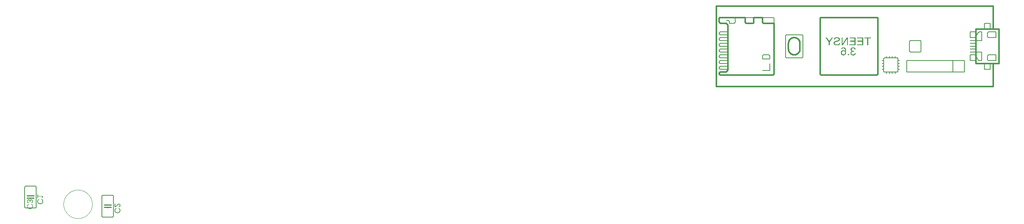
<source format=gbr>
G04 EAGLE Gerber RS-274X export*
G75*
%MOMM*%
%FSLAX34Y34*%
%LPD*%
%INSilkscreen Bottom*%
%IPPOS*%
%AMOC8*
5,1,8,0,0,1.08239X$1,22.5*%
G01*
G04 Define Apertures*
%ADD10C,0.152400*%
%ADD11C,0.254000*%
%ADD12C,0.120000*%
%ADD13C,0.304800*%
%ADD14C,0.127000*%
G36*
X301831Y744407D02*
X302185Y744426D01*
X302529Y744457D01*
X302863Y744501D01*
X303187Y744557D01*
X303501Y744625D01*
X303805Y744706D01*
X304099Y744799D01*
X304383Y744905D01*
X304657Y745024D01*
X305175Y745298D01*
X305654Y745621D01*
X306092Y745995D01*
X306484Y746413D01*
X306824Y746869D01*
X306974Y747111D01*
X307111Y747363D01*
X307235Y747624D01*
X307346Y747896D01*
X307445Y748176D01*
X307529Y748466D01*
X307601Y748766D01*
X307660Y749076D01*
X307706Y749395D01*
X307739Y749723D01*
X307758Y750062D01*
X307765Y750409D01*
X307753Y750892D01*
X307717Y751354D01*
X307656Y751796D01*
X307572Y752218D01*
X307464Y752619D01*
X307331Y753001D01*
X307175Y753362D01*
X306994Y753702D01*
X306790Y754022D01*
X306562Y754320D01*
X306311Y754596D01*
X306037Y754850D01*
X305740Y755082D01*
X305419Y755292D01*
X305075Y755480D01*
X304708Y755647D01*
X304182Y754062D01*
X304444Y753946D01*
X304689Y753814D01*
X304919Y753666D01*
X305133Y753502D01*
X305331Y753322D01*
X305513Y753125D01*
X305679Y752912D01*
X305829Y752682D01*
X305963Y752439D01*
X306078Y752185D01*
X306176Y751919D01*
X306256Y751643D01*
X306318Y751356D01*
X306363Y751057D01*
X306389Y750747D01*
X306398Y750427D01*
X306378Y749929D01*
X306316Y749459D01*
X306213Y749018D01*
X306069Y748605D01*
X305883Y748221D01*
X305657Y747865D01*
X305389Y747538D01*
X305080Y747239D01*
X304735Y746972D01*
X304360Y746741D01*
X303954Y746545D01*
X303518Y746385D01*
X303051Y746260D01*
X302554Y746171D01*
X302026Y746118D01*
X301467Y746100D01*
X300914Y746119D01*
X300389Y746174D01*
X299891Y746267D01*
X299421Y746397D01*
X298979Y746564D01*
X298565Y746768D01*
X298178Y747009D01*
X297819Y747287D01*
X297496Y747597D01*
X297216Y747932D01*
X296979Y748295D01*
X296785Y748683D01*
X296634Y749097D01*
X296526Y749538D01*
X296461Y750004D01*
X296440Y750497D01*
X296450Y750816D01*
X296480Y751125D01*
X296530Y751424D01*
X296600Y751713D01*
X296691Y751991D01*
X296801Y752260D01*
X296931Y752519D01*
X297081Y752767D01*
X297252Y753006D01*
X297442Y753235D01*
X297653Y753453D01*
X297883Y753661D01*
X298134Y753860D01*
X298405Y754048D01*
X298695Y754226D01*
X299006Y754394D01*
X298323Y755761D01*
X297936Y755561D01*
X297574Y755341D01*
X297235Y755102D01*
X296919Y754844D01*
X296628Y754567D01*
X296361Y754270D01*
X296117Y753954D01*
X295897Y753619D01*
X295702Y753267D01*
X295533Y752902D01*
X295390Y752522D01*
X295273Y752129D01*
X295182Y751722D01*
X295117Y751301D01*
X295078Y750867D01*
X295065Y750418D01*
X295077Y749959D01*
X295113Y749517D01*
X295174Y749090D01*
X295259Y748678D01*
X295368Y748283D01*
X295501Y747903D01*
X295658Y747539D01*
X295840Y747190D01*
X296044Y746860D01*
X296269Y746550D01*
X296515Y746260D01*
X296782Y745991D01*
X297069Y745741D01*
X297377Y745512D01*
X297706Y745303D01*
X298056Y745115D01*
X298424Y744947D01*
X298809Y744802D01*
X299211Y744680D01*
X299629Y744579D01*
X300064Y744501D01*
X300515Y744446D01*
X300983Y744412D01*
X301467Y744401D01*
X301831Y744407D01*
G37*
G36*
X296580Y760938D02*
X306074Y760938D01*
X304086Y758153D01*
X305575Y758153D01*
X307581Y761070D01*
X307581Y762523D01*
X296580Y762523D01*
X296580Y765528D01*
X295240Y765528D01*
X295240Y757794D01*
X296580Y757794D01*
X296580Y760938D01*
G37*
G36*
X471831Y724407D02*
X472185Y724426D01*
X472529Y724457D01*
X472863Y724501D01*
X473187Y724557D01*
X473501Y724625D01*
X473805Y724706D01*
X474099Y724799D01*
X474383Y724905D01*
X474657Y725024D01*
X475175Y725298D01*
X475654Y725621D01*
X476092Y725995D01*
X476484Y726413D01*
X476824Y726869D01*
X476974Y727111D01*
X477111Y727363D01*
X477235Y727624D01*
X477346Y727896D01*
X477445Y728176D01*
X477529Y728466D01*
X477601Y728766D01*
X477660Y729076D01*
X477706Y729395D01*
X477739Y729723D01*
X477758Y730062D01*
X477765Y730409D01*
X477753Y730892D01*
X477717Y731354D01*
X477656Y731796D01*
X477572Y732218D01*
X477464Y732619D01*
X477331Y733001D01*
X477175Y733362D01*
X476994Y733702D01*
X476790Y734022D01*
X476562Y734320D01*
X476311Y734596D01*
X476037Y734850D01*
X475740Y735082D01*
X475419Y735292D01*
X475075Y735480D01*
X474708Y735647D01*
X474182Y734062D01*
X474444Y733946D01*
X474689Y733814D01*
X474919Y733666D01*
X475133Y733502D01*
X475331Y733322D01*
X475513Y733125D01*
X475679Y732912D01*
X475829Y732682D01*
X475963Y732439D01*
X476078Y732185D01*
X476176Y731919D01*
X476256Y731643D01*
X476318Y731356D01*
X476363Y731057D01*
X476389Y730747D01*
X476398Y730427D01*
X476378Y729929D01*
X476316Y729459D01*
X476213Y729018D01*
X476069Y728605D01*
X475883Y728221D01*
X475657Y727865D01*
X475389Y727538D01*
X475080Y727239D01*
X474735Y726972D01*
X474360Y726741D01*
X473954Y726545D01*
X473518Y726385D01*
X473051Y726260D01*
X472554Y726171D01*
X472026Y726118D01*
X471467Y726100D01*
X470914Y726119D01*
X470389Y726174D01*
X469891Y726267D01*
X469421Y726397D01*
X468979Y726564D01*
X468565Y726768D01*
X468178Y727009D01*
X467819Y727287D01*
X467496Y727597D01*
X467216Y727932D01*
X466979Y728295D01*
X466785Y728683D01*
X466634Y729097D01*
X466526Y729538D01*
X466461Y730004D01*
X466440Y730497D01*
X466450Y730816D01*
X466480Y731125D01*
X466530Y731424D01*
X466600Y731713D01*
X466691Y731991D01*
X466801Y732260D01*
X466931Y732519D01*
X467081Y732767D01*
X467252Y733006D01*
X467442Y733235D01*
X467653Y733453D01*
X467883Y733661D01*
X468134Y733860D01*
X468405Y734048D01*
X468695Y734226D01*
X469006Y734394D01*
X468323Y735761D01*
X467936Y735561D01*
X467574Y735341D01*
X467235Y735102D01*
X466919Y734844D01*
X466628Y734567D01*
X466361Y734270D01*
X466117Y733954D01*
X465897Y733619D01*
X465702Y733267D01*
X465533Y732902D01*
X465390Y732522D01*
X465273Y732129D01*
X465182Y731722D01*
X465117Y731301D01*
X465078Y730867D01*
X465065Y730418D01*
X465077Y729959D01*
X465113Y729517D01*
X465174Y729090D01*
X465259Y728678D01*
X465368Y728283D01*
X465501Y727903D01*
X465658Y727539D01*
X465840Y727190D01*
X466044Y726860D01*
X466269Y726550D01*
X466515Y726260D01*
X466782Y725991D01*
X467069Y725741D01*
X467377Y725512D01*
X467706Y725303D01*
X468056Y725115D01*
X468424Y724947D01*
X468809Y724802D01*
X469211Y724680D01*
X469629Y724579D01*
X470064Y724501D01*
X470515Y724446D01*
X470983Y724412D01*
X471467Y724401D01*
X471831Y724407D01*
G37*
G36*
X466850Y737565D02*
X467317Y737826D01*
X467754Y738111D01*
X468161Y738420D01*
X468544Y738746D01*
X468908Y739080D01*
X469253Y739423D01*
X469580Y739773D01*
X470192Y740479D01*
X470758Y741179D01*
X471301Y741841D01*
X471844Y742436D01*
X472119Y742703D01*
X472400Y742943D01*
X472688Y743156D01*
X472983Y743342D01*
X473290Y743494D01*
X473618Y743602D01*
X473965Y743667D01*
X474331Y743688D01*
X474578Y743679D01*
X474811Y743651D01*
X475029Y743605D01*
X475233Y743539D01*
X475423Y743456D01*
X475599Y743353D01*
X475761Y743232D01*
X475908Y743093D01*
X476039Y742937D01*
X476153Y742766D01*
X476249Y742581D01*
X476328Y742381D01*
X476390Y742167D01*
X476433Y741938D01*
X476460Y741695D01*
X476468Y741437D01*
X476460Y741191D01*
X476434Y740956D01*
X476391Y740732D01*
X476332Y740519D01*
X476255Y740317D01*
X476161Y740126D01*
X476049Y739946D01*
X475921Y739778D01*
X475777Y739623D01*
X475620Y739485D01*
X475448Y739364D01*
X475263Y739260D01*
X475064Y739172D01*
X474851Y739102D01*
X474624Y739048D01*
X474384Y739011D01*
X474533Y737400D01*
X474893Y737458D01*
X475235Y737544D01*
X475558Y737659D01*
X475862Y737801D01*
X476147Y737973D01*
X476413Y738172D01*
X476660Y738400D01*
X476889Y738657D01*
X477094Y738937D01*
X477272Y739236D01*
X477423Y739555D01*
X477546Y739893D01*
X477642Y740250D01*
X477710Y740626D01*
X477751Y741022D01*
X477765Y741437D01*
X477751Y741890D01*
X477710Y742316D01*
X477641Y742715D01*
X477545Y743087D01*
X477421Y743432D01*
X477270Y743750D01*
X477091Y744042D01*
X476884Y744306D01*
X476653Y744541D01*
X476398Y744745D01*
X476120Y744917D01*
X475819Y745058D01*
X475495Y745168D01*
X475148Y745246D01*
X474777Y745293D01*
X474384Y745309D01*
X474025Y745288D01*
X473668Y745227D01*
X473312Y745124D01*
X472956Y744980D01*
X472602Y744796D01*
X472247Y744572D01*
X471892Y744308D01*
X471537Y744004D01*
X471134Y743606D01*
X470633Y743060D01*
X470035Y742366D01*
X469339Y741525D01*
X468937Y741047D01*
X468556Y740621D01*
X468195Y740246D01*
X467854Y739922D01*
X467527Y739645D01*
X467205Y739410D01*
X466890Y739216D01*
X466580Y739064D01*
X466580Y745501D01*
X465240Y745501D01*
X465240Y737330D01*
X466352Y737330D01*
X466850Y737565D01*
G37*
G36*
X279341Y733653D02*
X279695Y733671D01*
X280039Y733702D01*
X280373Y733746D01*
X280697Y733802D01*
X281011Y733870D01*
X281315Y733951D01*
X281609Y734045D01*
X281893Y734151D01*
X282167Y734269D01*
X282685Y734543D01*
X283164Y734867D01*
X283602Y735240D01*
X283994Y735658D01*
X284334Y736114D01*
X284484Y736356D01*
X284621Y736608D01*
X284745Y736870D01*
X284856Y737141D01*
X284955Y737422D01*
X285039Y737712D01*
X285111Y738012D01*
X285170Y738321D01*
X285216Y738640D01*
X285249Y738969D01*
X285268Y739307D01*
X285275Y739655D01*
X285263Y740137D01*
X285227Y740599D01*
X285166Y741042D01*
X285082Y741463D01*
X284974Y741865D01*
X284841Y742246D01*
X284685Y742607D01*
X284504Y742948D01*
X284300Y743268D01*
X284072Y743565D01*
X283821Y743841D01*
X283547Y744095D01*
X283250Y744327D01*
X282929Y744538D01*
X282585Y744726D01*
X282218Y744892D01*
X281692Y743307D01*
X281954Y743192D01*
X282199Y743060D01*
X282429Y742912D01*
X282643Y742748D01*
X282841Y742567D01*
X283023Y742370D01*
X283189Y742157D01*
X283339Y741927D01*
X283473Y741684D01*
X283588Y741430D01*
X283686Y741165D01*
X283766Y740889D01*
X283828Y740601D01*
X283873Y740303D01*
X283899Y739993D01*
X283908Y739672D01*
X283888Y739174D01*
X283826Y738704D01*
X283723Y738263D01*
X283579Y737850D01*
X283393Y737466D01*
X283167Y737110D01*
X282899Y736783D01*
X282590Y736484D01*
X282245Y736217D01*
X281870Y735986D01*
X281464Y735790D01*
X281028Y735630D01*
X280561Y735506D01*
X280064Y735417D01*
X279536Y735363D01*
X278977Y735345D01*
X278424Y735364D01*
X277899Y735420D01*
X277401Y735512D01*
X276931Y735642D01*
X276489Y735809D01*
X276075Y736013D01*
X275688Y736254D01*
X275329Y736532D01*
X275006Y736842D01*
X274726Y737178D01*
X274489Y737540D01*
X274295Y737928D01*
X274144Y738342D01*
X274036Y738783D01*
X273971Y739250D01*
X273950Y739742D01*
X273960Y740061D01*
X273990Y740370D01*
X274040Y740669D01*
X274110Y740958D01*
X274201Y741237D01*
X274311Y741506D01*
X274441Y741764D01*
X274591Y742013D01*
X274762Y742251D01*
X274952Y742480D01*
X275163Y742698D01*
X275393Y742907D01*
X275644Y743105D01*
X275915Y743293D01*
X276205Y743472D01*
X276516Y743640D01*
X275833Y745006D01*
X275446Y744806D01*
X275084Y744587D01*
X274745Y744348D01*
X274429Y744090D01*
X274138Y743812D01*
X273871Y743516D01*
X273627Y743200D01*
X273407Y742865D01*
X273212Y742513D01*
X273043Y742147D01*
X272900Y741768D01*
X272783Y741375D01*
X272692Y740968D01*
X272627Y740547D01*
X272588Y740112D01*
X272575Y739663D01*
X272587Y739205D01*
X272623Y738762D01*
X272684Y738335D01*
X272769Y737924D01*
X272878Y737528D01*
X273011Y737148D01*
X273168Y736784D01*
X273350Y736436D01*
X273554Y736106D01*
X273779Y735795D01*
X274025Y735506D01*
X274292Y735236D01*
X274579Y734987D01*
X274887Y734758D01*
X275216Y734549D01*
X275566Y734360D01*
X275934Y734193D01*
X276319Y734048D01*
X276721Y733925D01*
X277139Y733825D01*
X277574Y733747D01*
X278025Y733691D01*
X278493Y733657D01*
X278977Y733646D01*
X279341Y733653D01*
G37*
G36*
X276069Y747985D02*
X275804Y748033D01*
X275556Y748096D01*
X275325Y748176D01*
X275112Y748271D01*
X274915Y748383D01*
X274735Y748511D01*
X274573Y748655D01*
X274427Y748815D01*
X274299Y748991D01*
X274188Y749183D01*
X274094Y749392D01*
X274017Y749616D01*
X273957Y749856D01*
X273914Y750113D01*
X273888Y750385D01*
X273880Y750674D01*
X273889Y750964D01*
X273917Y751238D01*
X273962Y751495D01*
X274027Y751737D01*
X274109Y751963D01*
X274210Y752173D01*
X274329Y752366D01*
X274467Y752544D01*
X274622Y752703D01*
X274796Y752841D01*
X274987Y752958D01*
X275196Y753053D01*
X275423Y753127D01*
X275667Y753180D01*
X275929Y753212D01*
X276210Y753223D01*
X276455Y753211D01*
X276686Y753174D01*
X276903Y753114D01*
X277106Y753029D01*
X277296Y752920D01*
X277472Y752787D01*
X277634Y752629D01*
X277782Y752448D01*
X277914Y752243D01*
X278029Y752017D01*
X278126Y751770D01*
X278205Y751501D01*
X278267Y751210D01*
X278311Y750898D01*
X278338Y750565D01*
X278347Y750210D01*
X278347Y749316D01*
X279713Y749316D01*
X279713Y750175D01*
X279722Y750490D01*
X279748Y750787D01*
X279792Y751065D01*
X279854Y751325D01*
X279934Y751568D01*
X280031Y751792D01*
X280146Y751997D01*
X280278Y752185D01*
X280426Y752352D01*
X280588Y752497D01*
X280763Y752620D01*
X280951Y752720D01*
X281153Y752798D01*
X281369Y752854D01*
X281599Y752888D01*
X281841Y752899D01*
X282082Y752890D01*
X282310Y752862D01*
X282525Y752817D01*
X282727Y752753D01*
X282916Y752671D01*
X283092Y752571D01*
X283255Y752453D01*
X283405Y752316D01*
X283539Y752162D01*
X283656Y751990D01*
X283754Y751800D01*
X283835Y751593D01*
X283898Y751368D01*
X283943Y751125D01*
X283969Y750864D01*
X283978Y750586D01*
X283970Y750332D01*
X283945Y750090D01*
X283903Y749861D01*
X283845Y749644D01*
X283770Y749439D01*
X283678Y749247D01*
X283569Y749068D01*
X283444Y748900D01*
X283304Y748748D01*
X283150Y748612D01*
X282982Y748493D01*
X282800Y748391D01*
X282605Y748306D01*
X282396Y748238D01*
X282174Y748186D01*
X281938Y748152D01*
X282060Y746566D01*
X282429Y746624D01*
X282776Y746711D01*
X283103Y746825D01*
X283409Y746968D01*
X283694Y747139D01*
X283959Y747339D01*
X284202Y747567D01*
X284425Y747823D01*
X284624Y748103D01*
X284797Y748403D01*
X284943Y748721D01*
X285062Y749059D01*
X285155Y749416D01*
X285222Y749793D01*
X285261Y750189D01*
X285275Y750604D01*
X285261Y751055D01*
X285221Y751481D01*
X285153Y751880D01*
X285059Y752254D01*
X284938Y752602D01*
X284789Y752924D01*
X284614Y753220D01*
X284412Y753490D01*
X284186Y753731D01*
X283938Y753940D01*
X283670Y754117D01*
X283380Y754262D01*
X283068Y754374D01*
X282736Y754455D01*
X282383Y754503D01*
X282008Y754519D01*
X281719Y754509D01*
X281444Y754478D01*
X281183Y754426D01*
X280936Y754354D01*
X280703Y754261D01*
X280483Y754147D01*
X280277Y754013D01*
X280085Y753858D01*
X279908Y753683D01*
X279745Y753490D01*
X279597Y753277D01*
X279465Y753047D01*
X279347Y752797D01*
X279244Y752528D01*
X279156Y752241D01*
X279082Y751935D01*
X279047Y751935D01*
X279000Y752272D01*
X278934Y752589D01*
X278847Y752887D01*
X278741Y753166D01*
X278615Y753426D01*
X278469Y753666D01*
X278304Y753888D01*
X278119Y754090D01*
X277918Y754271D01*
X277704Y754427D01*
X277478Y754560D01*
X277239Y754668D01*
X276987Y754752D01*
X276723Y754812D01*
X276446Y754849D01*
X276157Y754861D01*
X275742Y754844D01*
X275351Y754793D01*
X274985Y754708D01*
X274642Y754589D01*
X274323Y754436D01*
X274029Y754250D01*
X273758Y754029D01*
X273512Y753775D01*
X273292Y753489D01*
X273102Y753174D01*
X272941Y752829D01*
X272809Y752456D01*
X272707Y752054D01*
X272633Y751623D01*
X272590Y751163D01*
X272575Y750674D01*
X272588Y750217D01*
X272628Y749784D01*
X272694Y749375D01*
X272786Y748989D01*
X272905Y748627D01*
X273050Y748289D01*
X273222Y747974D01*
X273420Y747683D01*
X273644Y747418D01*
X273893Y747181D01*
X274168Y746973D01*
X274468Y746793D01*
X274793Y746641D01*
X275144Y746518D01*
X275519Y746423D01*
X275921Y746356D01*
X276069Y747985D01*
G37*
G36*
X2070285Y1073183D02*
X2070634Y1073208D01*
X2070972Y1073251D01*
X2071299Y1073310D01*
X2071616Y1073387D01*
X2071922Y1073480D01*
X2072217Y1073590D01*
X2072501Y1073717D01*
X2072775Y1073862D01*
X2073038Y1074023D01*
X2073290Y1074201D01*
X2073532Y1074396D01*
X2073763Y1074608D01*
X2073983Y1074837D01*
X2074192Y1075083D01*
X2074391Y1075346D01*
X2074578Y1075625D01*
X2074753Y1075920D01*
X2074916Y1076230D01*
X2075067Y1076555D01*
X2075206Y1076896D01*
X2075333Y1077252D01*
X2075447Y1077624D01*
X2075550Y1078011D01*
X2075641Y1078414D01*
X2075719Y1078832D01*
X2075786Y1079265D01*
X2075840Y1079714D01*
X2075882Y1080178D01*
X2075912Y1080658D01*
X2075930Y1081153D01*
X2075937Y1081664D01*
X2075930Y1082217D01*
X2075911Y1082754D01*
X2075880Y1083274D01*
X2075836Y1083779D01*
X2075780Y1084267D01*
X2075711Y1084738D01*
X2075629Y1085194D01*
X2075535Y1085633D01*
X2075428Y1086056D01*
X2075309Y1086462D01*
X2075177Y1086852D01*
X2075033Y1087226D01*
X2074876Y1087584D01*
X2074706Y1087925D01*
X2074524Y1088250D01*
X2074329Y1088559D01*
X2074123Y1088850D01*
X2073906Y1089122D01*
X2073679Y1089376D01*
X2073441Y1089611D01*
X2073192Y1089827D01*
X2072933Y1090024D01*
X2072663Y1090202D01*
X2072382Y1090362D01*
X2072091Y1090503D01*
X2071789Y1090625D01*
X2071476Y1090728D01*
X2071153Y1090813D01*
X2070819Y1090879D01*
X2070474Y1090926D01*
X2070119Y1090954D01*
X2069753Y1090963D01*
X2069276Y1090949D01*
X2068820Y1090908D01*
X2068388Y1090839D01*
X2067978Y1090743D01*
X2067590Y1090619D01*
X2067225Y1090468D01*
X2066883Y1090289D01*
X2066564Y1090083D01*
X2066267Y1089849D01*
X2065992Y1089588D01*
X2065741Y1089299D01*
X2065512Y1088983D01*
X2065305Y1088639D01*
X2065121Y1088267D01*
X2064960Y1087869D01*
X2064822Y1087442D01*
X2066932Y1087062D01*
X2067019Y1087317D01*
X2067118Y1087557D01*
X2067230Y1087779D01*
X2067353Y1087985D01*
X2067489Y1088175D01*
X2067637Y1088348D01*
X2067797Y1088504D01*
X2067968Y1088645D01*
X2068152Y1088768D01*
X2068348Y1088875D01*
X2068556Y1088966D01*
X2068777Y1089040D01*
X2069009Y1089098D01*
X2069253Y1089139D01*
X2069509Y1089164D01*
X2069778Y1089172D01*
X2070011Y1089165D01*
X2070237Y1089145D01*
X2070456Y1089110D01*
X2070669Y1089062D01*
X2070875Y1089000D01*
X2071075Y1088925D01*
X2071454Y1088732D01*
X2071807Y1088484D01*
X2072132Y1088182D01*
X2072431Y1087824D01*
X2072704Y1087412D01*
X2072947Y1086947D01*
X2073157Y1086433D01*
X2073336Y1085870D01*
X2073481Y1085257D01*
X2073595Y1084595D01*
X2073676Y1083884D01*
X2073724Y1083124D01*
X2073741Y1082314D01*
X2073583Y1082585D01*
X2073409Y1082839D01*
X2073221Y1083076D01*
X2073017Y1083297D01*
X2072797Y1083501D01*
X2072563Y1083689D01*
X2072313Y1083859D01*
X2072048Y1084013D01*
X2071770Y1084150D01*
X2071482Y1084268D01*
X2071184Y1084368D01*
X2070876Y1084450D01*
X2070558Y1084514D01*
X2070230Y1084560D01*
X2069893Y1084587D01*
X2069545Y1084596D01*
X2068962Y1084573D01*
X2068410Y1084503D01*
X2067890Y1084386D01*
X2067399Y1084222D01*
X2066940Y1084011D01*
X2066512Y1083754D01*
X2066115Y1083450D01*
X2065748Y1083099D01*
X2065419Y1082709D01*
X2065133Y1082287D01*
X2064892Y1081832D01*
X2064694Y1081345D01*
X2064541Y1080826D01*
X2064431Y1080275D01*
X2064365Y1079691D01*
X2064343Y1079075D01*
X2064366Y1078410D01*
X2064436Y1077780D01*
X2064552Y1077186D01*
X2064714Y1076628D01*
X2064923Y1076106D01*
X2065178Y1075620D01*
X2065480Y1075171D01*
X2065828Y1074757D01*
X2066216Y1074386D01*
X2066640Y1074065D01*
X2067100Y1073793D01*
X2067594Y1073570D01*
X2068124Y1073397D01*
X2068402Y1073329D01*
X2068689Y1073273D01*
X2068985Y1073230D01*
X2069290Y1073199D01*
X2069603Y1073181D01*
X2069925Y1073175D01*
X2070285Y1073183D01*
G37*
%LPC*%
G36*
X2069611Y1074970D02*
X2069244Y1075020D01*
X2068899Y1075104D01*
X2068576Y1075222D01*
X2068274Y1075373D01*
X2067993Y1075557D01*
X2067734Y1075775D01*
X2067496Y1076027D01*
X2067283Y1076308D01*
X2067099Y1076614D01*
X2066943Y1076945D01*
X2066815Y1077301D01*
X2066716Y1077683D01*
X2066645Y1078089D01*
X2066602Y1078521D01*
X2066588Y1078977D01*
X2066603Y1079433D01*
X2066646Y1079862D01*
X2066718Y1080264D01*
X2066818Y1080640D01*
X2066948Y1080988D01*
X2067106Y1081310D01*
X2067293Y1081605D01*
X2067508Y1081873D01*
X2067750Y1082111D01*
X2068014Y1082318D01*
X2068300Y1082493D01*
X2068609Y1082636D01*
X2068941Y1082748D01*
X2069296Y1082827D01*
X2069673Y1082875D01*
X2070072Y1082891D01*
X2070450Y1082877D01*
X2070808Y1082834D01*
X2071148Y1082764D01*
X2071469Y1082665D01*
X2071772Y1082539D01*
X2072056Y1082384D01*
X2072322Y1082200D01*
X2072569Y1081989D01*
X2072792Y1081753D01*
X2072985Y1081496D01*
X2073148Y1081217D01*
X2073282Y1080917D01*
X2073386Y1080596D01*
X2073460Y1080254D01*
X2073505Y1079890D01*
X2073520Y1079505D01*
X2073504Y1079016D01*
X2073458Y1078550D01*
X2073381Y1078107D01*
X2073273Y1077686D01*
X2073134Y1077288D01*
X2072964Y1076912D01*
X2072764Y1076560D01*
X2072532Y1076229D01*
X2072277Y1075930D01*
X2072003Y1075671D01*
X2071713Y1075452D01*
X2071405Y1075272D01*
X2071080Y1075133D01*
X2070737Y1075033D01*
X2070377Y1074973D01*
X2069999Y1074953D01*
X2069611Y1074970D01*
G37*
%LPD*%
G36*
X2078080Y1110367D02*
X2078019Y1109177D01*
X2077957Y1107128D01*
X2077957Y1095645D01*
X2080043Y1095645D01*
X2080043Y1112931D01*
X2077319Y1112931D01*
X2067971Y1098111D01*
X2068082Y1100184D01*
X2068109Y1100972D01*
X2068118Y1101595D01*
X2068118Y1112931D01*
X2066008Y1112931D01*
X2066008Y1095645D01*
X2068830Y1095645D01*
X2078080Y1110367D01*
G37*
G36*
X2096793Y1112931D02*
X2083678Y1112931D01*
X2083678Y1111017D01*
X2094450Y1111017D01*
X2094450Y1105472D01*
X2084414Y1105472D01*
X2084414Y1103582D01*
X2094450Y1103582D01*
X2094450Y1097559D01*
X2083175Y1097559D01*
X2083175Y1095645D01*
X2096793Y1095645D01*
X2096793Y1112931D01*
G37*
G36*
X2113543Y1112931D02*
X2100428Y1112931D01*
X2100428Y1111017D01*
X2111200Y1111017D01*
X2111200Y1105472D01*
X2101164Y1105472D01*
X2101164Y1103582D01*
X2111200Y1103582D01*
X2111200Y1097559D01*
X2099925Y1097559D01*
X2099925Y1095645D01*
X2113543Y1095645D01*
X2113543Y1112931D01*
G37*
G36*
X2056252Y1095417D02*
X2056979Y1095468D01*
X2057665Y1095554D01*
X2058310Y1095674D01*
X2058913Y1095828D01*
X2059474Y1096017D01*
X2059994Y1096240D01*
X2060473Y1096498D01*
X2060910Y1096789D01*
X2061305Y1097115D01*
X2061659Y1097475D01*
X2061972Y1097870D01*
X2062243Y1098299D01*
X2062472Y1098762D01*
X2062660Y1099260D01*
X2062807Y1099791D01*
X2060537Y1100245D01*
X2060425Y1099869D01*
X2060286Y1099518D01*
X2060119Y1099193D01*
X2059924Y1098894D01*
X2059701Y1098621D01*
X2059452Y1098374D01*
X2059174Y1098153D01*
X2058869Y1097957D01*
X2058535Y1097786D01*
X2058173Y1097638D01*
X2057782Y1097513D01*
X2057363Y1097410D01*
X2056915Y1097330D01*
X2056437Y1097273D01*
X2055932Y1097239D01*
X2055397Y1097227D01*
X2054846Y1097240D01*
X2054327Y1097276D01*
X2053840Y1097337D01*
X2053386Y1097422D01*
X2052965Y1097532D01*
X2052576Y1097666D01*
X2052219Y1097824D01*
X2051894Y1098006D01*
X2051605Y1098213D01*
X2051355Y1098442D01*
X2051143Y1098693D01*
X2050970Y1098968D01*
X2050835Y1099265D01*
X2050738Y1099586D01*
X2050681Y1099929D01*
X2050661Y1100294D01*
X2050667Y1100501D01*
X2050686Y1100698D01*
X2050716Y1100884D01*
X2050758Y1101061D01*
X2050879Y1101385D01*
X2051048Y1101668D01*
X2051261Y1101921D01*
X2051513Y1102150D01*
X2051804Y1102356D01*
X2052134Y1102540D01*
X2052500Y1102704D01*
X2052900Y1102855D01*
X2053334Y1102993D01*
X2053802Y1103116D01*
X2055949Y1103619D01*
X2056912Y1103846D01*
X2057751Y1104073D01*
X2058467Y1104300D01*
X2059059Y1104527D01*
X2059562Y1104760D01*
X2060008Y1105007D01*
X2060399Y1105266D01*
X2060734Y1105539D01*
X2061022Y1105830D01*
X2061275Y1106145D01*
X2061491Y1106483D01*
X2061672Y1106846D01*
X2061814Y1107234D01*
X2061916Y1107649D01*
X2061977Y1108092D01*
X2061997Y1108563D01*
X2061990Y1108837D01*
X2061971Y1109102D01*
X2061937Y1109360D01*
X2061891Y1109610D01*
X2061831Y1109852D01*
X2061758Y1110085D01*
X2061572Y1110529D01*
X2061333Y1110941D01*
X2061041Y1111321D01*
X2060696Y1111669D01*
X2060298Y1111986D01*
X2059850Y1112268D01*
X2059357Y1112512D01*
X2058817Y1112719D01*
X2058232Y1112888D01*
X2057601Y1113019D01*
X2056925Y1113113D01*
X2056202Y1113169D01*
X2055434Y1113188D01*
X2054719Y1113174D01*
X2054048Y1113132D01*
X2053420Y1113061D01*
X2052836Y1112963D01*
X2052295Y1112836D01*
X2051797Y1112681D01*
X2051343Y1112498D01*
X2050931Y1112287D01*
X2050556Y1112041D01*
X2050211Y1111756D01*
X2049894Y1111432D01*
X2049606Y1111067D01*
X2049348Y1110663D01*
X2049119Y1110220D01*
X2048919Y1109736D01*
X2048748Y1109213D01*
X2051054Y1108809D01*
X2051160Y1109140D01*
X2051287Y1109448D01*
X2051436Y1109733D01*
X2051606Y1109994D01*
X2051798Y1110231D01*
X2052011Y1110445D01*
X2052246Y1110635D01*
X2052502Y1110802D01*
X2052781Y1110947D01*
X2053087Y1111073D01*
X2053418Y1111180D01*
X2053774Y1111267D01*
X2054157Y1111334D01*
X2054565Y1111383D01*
X2054999Y1111412D01*
X2055458Y1111422D01*
X2055961Y1111411D01*
X2056434Y1111379D01*
X2056875Y1111325D01*
X2057286Y1111250D01*
X2057666Y1111153D01*
X2058016Y1111035D01*
X2058335Y1110896D01*
X2058623Y1110735D01*
X2058879Y1110552D01*
X2059101Y1110349D01*
X2059289Y1110124D01*
X2059442Y1109879D01*
X2059562Y1109612D01*
X2059647Y1109325D01*
X2059698Y1109016D01*
X2059715Y1108686D01*
X2059709Y1108491D01*
X2059689Y1108304D01*
X2059656Y1108127D01*
X2059609Y1107957D01*
X2059550Y1107797D01*
X2059477Y1107645D01*
X2059292Y1107367D01*
X2059057Y1107116D01*
X2058775Y1106885D01*
X2058447Y1106675D01*
X2058071Y1106484D01*
X2057574Y1106292D01*
X2056878Y1106080D01*
X2055985Y1105848D01*
X2054894Y1105594D01*
X2053305Y1105220D01*
X2052531Y1105012D01*
X2051790Y1104766D01*
X2051089Y1104479D01*
X2050434Y1104147D01*
X2050129Y1103959D01*
X2049844Y1103751D01*
X2049580Y1103523D01*
X2049336Y1103276D01*
X2049116Y1103006D01*
X2048921Y1102714D01*
X2048751Y1102399D01*
X2048607Y1102061D01*
X2048491Y1101696D01*
X2048409Y1101300D01*
X2048359Y1100874D01*
X2048343Y1100417D01*
X2048350Y1100122D01*
X2048372Y1099836D01*
X2048409Y1099558D01*
X2048460Y1099288D01*
X2048525Y1099027D01*
X2048606Y1098775D01*
X2048701Y1098531D01*
X2048810Y1098295D01*
X2048935Y1098067D01*
X2049074Y1097849D01*
X2049227Y1097638D01*
X2049395Y1097436D01*
X2049775Y1097057D01*
X2050214Y1096712D01*
X2050705Y1096405D01*
X2051245Y1096138D01*
X2051832Y1095912D01*
X2052466Y1095728D01*
X2053149Y1095584D01*
X2053879Y1095482D01*
X2054657Y1095420D01*
X2055483Y1095400D01*
X2056252Y1095417D01*
G37*
G36*
X2091785Y1073193D02*
X2092391Y1073249D01*
X2092965Y1073341D01*
X2093505Y1073470D01*
X2094012Y1073637D01*
X2094486Y1073840D01*
X2094927Y1074081D01*
X2095334Y1074358D01*
X2095706Y1074672D01*
X2096037Y1075021D01*
X2096329Y1075406D01*
X2096581Y1075826D01*
X2096794Y1076281D01*
X2096966Y1076773D01*
X2097100Y1077299D01*
X2097193Y1077861D01*
X2094911Y1078069D01*
X2094845Y1077698D01*
X2094756Y1077351D01*
X2094644Y1077027D01*
X2094510Y1076728D01*
X2094354Y1076452D01*
X2094174Y1076201D01*
X2093973Y1075973D01*
X2093749Y1075769D01*
X2093502Y1075590D01*
X2093233Y1075434D01*
X2092941Y1075302D01*
X2092627Y1075194D01*
X2092290Y1075110D01*
X2091931Y1075050D01*
X2091549Y1075014D01*
X2091145Y1075002D01*
X2090739Y1075015D01*
X2090355Y1075054D01*
X2089994Y1075118D01*
X2089656Y1075208D01*
X2089340Y1075324D01*
X2089046Y1075465D01*
X2088775Y1075632D01*
X2088526Y1075824D01*
X2088303Y1076042D01*
X2088110Y1076285D01*
X2087946Y1076553D01*
X2087813Y1076846D01*
X2087709Y1077163D01*
X2087634Y1077506D01*
X2087590Y1077873D01*
X2087575Y1078266D01*
X2087592Y1078609D01*
X2087643Y1078932D01*
X2087728Y1079237D01*
X2087846Y1079522D01*
X2087999Y1079787D01*
X2088186Y1080034D01*
X2088406Y1080260D01*
X2088661Y1080468D01*
X2088947Y1080653D01*
X2089264Y1080814D01*
X2089610Y1080950D01*
X2089987Y1081061D01*
X2090394Y1081148D01*
X2090831Y1081210D01*
X2091298Y1081247D01*
X2091795Y1081259D01*
X2093046Y1081259D01*
X2093046Y1083173D01*
X2091844Y1083173D01*
X2091403Y1083185D01*
X2090987Y1083222D01*
X2090597Y1083284D01*
X2090232Y1083371D01*
X2089893Y1083482D01*
X2089580Y1083618D01*
X2089291Y1083779D01*
X2089029Y1083964D01*
X2088794Y1084172D01*
X2088591Y1084398D01*
X2088419Y1084643D01*
X2088279Y1084907D01*
X2088169Y1085191D01*
X2088091Y1085493D01*
X2088044Y1085814D01*
X2088029Y1086154D01*
X2088041Y1086492D01*
X2088080Y1086811D01*
X2088143Y1087112D01*
X2088233Y1087395D01*
X2088347Y1087659D01*
X2088488Y1087906D01*
X2088653Y1088134D01*
X2088845Y1088344D01*
X2089061Y1088532D01*
X2089302Y1088696D01*
X2089568Y1088834D01*
X2089858Y1088947D01*
X2090173Y1089035D01*
X2090513Y1089097D01*
X2090878Y1089135D01*
X2091268Y1089148D01*
X2091624Y1089136D01*
X2091963Y1089101D01*
X2092284Y1089042D01*
X2092588Y1088960D01*
X2092874Y1088855D01*
X2093143Y1088727D01*
X2093395Y1088575D01*
X2093629Y1088399D01*
X2093843Y1088203D01*
X2094033Y1087987D01*
X2094199Y1087752D01*
X2094342Y1087497D01*
X2094462Y1087224D01*
X2094557Y1086932D01*
X2094629Y1086620D01*
X2094678Y1086289D01*
X2096899Y1086461D01*
X2096817Y1086977D01*
X2096697Y1087464D01*
X2096536Y1087921D01*
X2096336Y1088350D01*
X2096096Y1088750D01*
X2095816Y1089120D01*
X2095497Y1089461D01*
X2095138Y1089773D01*
X2094746Y1090052D01*
X2094326Y1090294D01*
X2093880Y1090498D01*
X2093407Y1090666D01*
X2092906Y1090796D01*
X2092379Y1090889D01*
X2091824Y1090945D01*
X2091243Y1090963D01*
X2090611Y1090944D01*
X2090015Y1090888D01*
X2089455Y1090793D01*
X2088932Y1090661D01*
X2088445Y1090491D01*
X2087994Y1090283D01*
X2087579Y1090038D01*
X2087201Y1089755D01*
X2086863Y1089438D01*
X2086570Y1089091D01*
X2086322Y1088715D01*
X2086120Y1088309D01*
X2085962Y1087873D01*
X2085849Y1087407D01*
X2085782Y1086912D01*
X2085759Y1086387D01*
X2085774Y1085983D01*
X2085817Y1085598D01*
X2085889Y1085232D01*
X2085991Y1084886D01*
X2086121Y1084559D01*
X2086280Y1084251D01*
X2086468Y1083963D01*
X2086685Y1083694D01*
X2086930Y1083446D01*
X2087201Y1083218D01*
X2087498Y1083011D01*
X2087822Y1082825D01*
X2088171Y1082660D01*
X2088547Y1082515D01*
X2088950Y1082392D01*
X2089378Y1082290D01*
X2089378Y1082241D01*
X2088907Y1082175D01*
X2088463Y1082081D01*
X2088045Y1081960D01*
X2087655Y1081811D01*
X2087291Y1081635D01*
X2086954Y1081431D01*
X2086644Y1081199D01*
X2086360Y1080940D01*
X2086107Y1080658D01*
X2085888Y1080359D01*
X2085702Y1080042D01*
X2085551Y1079707D01*
X2085433Y1079355D01*
X2085348Y1078985D01*
X2085298Y1078597D01*
X2085281Y1078192D01*
X2085287Y1077897D01*
X2085304Y1077611D01*
X2085376Y1077063D01*
X2085495Y1076550D01*
X2085661Y1076070D01*
X2085875Y1075624D01*
X2086136Y1075211D01*
X2086445Y1074832D01*
X2086802Y1074487D01*
X2087203Y1074180D01*
X2087644Y1073913D01*
X2088126Y1073687D01*
X2088648Y1073503D01*
X2089211Y1073359D01*
X2089815Y1073257D01*
X2090460Y1073195D01*
X2091145Y1073175D01*
X2091785Y1073193D01*
G37*
G36*
X2039996Y1102809D02*
X2046646Y1112931D01*
X2044069Y1112931D01*
X2038806Y1104699D01*
X2033568Y1112931D01*
X2030992Y1112931D01*
X2037665Y1102809D01*
X2037665Y1095645D01*
X2039996Y1095645D01*
X2039996Y1102809D01*
G37*
G36*
X2124446Y1111017D02*
X2130383Y1111017D01*
X2130383Y1112931D01*
X2116177Y1112931D01*
X2116177Y1111017D01*
X2122115Y1111017D01*
X2122115Y1095645D01*
X2124446Y1095645D01*
X2124446Y1111017D01*
G37*
G36*
X2081887Y1076107D02*
X2079495Y1076107D01*
X2079495Y1073420D01*
X2081887Y1073420D01*
X2081887Y1076107D01*
G37*
D10*
X292700Y738410D02*
X292700Y781590D01*
X267300Y781590D02*
X267300Y738410D01*
X269840Y784130D02*
X290160Y784130D01*
X290160Y735870D02*
X269840Y735870D01*
X292700Y781590D02*
X292698Y781690D01*
X292692Y781789D01*
X292682Y781889D01*
X292669Y781987D01*
X292651Y782086D01*
X292630Y782183D01*
X292605Y782279D01*
X292576Y782375D01*
X292543Y782469D01*
X292507Y782562D01*
X292467Y782653D01*
X292423Y782743D01*
X292376Y782831D01*
X292326Y782917D01*
X292272Y783001D01*
X292215Y783083D01*
X292155Y783162D01*
X292091Y783240D01*
X292025Y783314D01*
X291956Y783386D01*
X291884Y783455D01*
X291810Y783521D01*
X291732Y783585D01*
X291653Y783645D01*
X291571Y783702D01*
X291487Y783756D01*
X291401Y783806D01*
X291313Y783853D01*
X291223Y783897D01*
X291132Y783937D01*
X291039Y783973D01*
X290945Y784006D01*
X290849Y784035D01*
X290753Y784060D01*
X290656Y784081D01*
X290557Y784099D01*
X290459Y784112D01*
X290359Y784122D01*
X290260Y784128D01*
X290160Y784130D01*
X292700Y738410D02*
X292698Y738310D01*
X292692Y738211D01*
X292682Y738111D01*
X292669Y738013D01*
X292651Y737914D01*
X292630Y737817D01*
X292605Y737721D01*
X292576Y737625D01*
X292543Y737531D01*
X292507Y737438D01*
X292467Y737347D01*
X292423Y737257D01*
X292376Y737169D01*
X292326Y737083D01*
X292272Y736999D01*
X292215Y736917D01*
X292155Y736838D01*
X292091Y736760D01*
X292025Y736686D01*
X291956Y736614D01*
X291884Y736545D01*
X291810Y736479D01*
X291732Y736415D01*
X291653Y736355D01*
X291571Y736298D01*
X291487Y736244D01*
X291401Y736194D01*
X291313Y736147D01*
X291223Y736103D01*
X291132Y736063D01*
X291039Y736027D01*
X290945Y735994D01*
X290849Y735965D01*
X290753Y735940D01*
X290656Y735919D01*
X290557Y735901D01*
X290459Y735888D01*
X290359Y735878D01*
X290260Y735872D01*
X290160Y735870D01*
X267300Y781590D02*
X267302Y781690D01*
X267308Y781789D01*
X267318Y781889D01*
X267331Y781987D01*
X267349Y782086D01*
X267370Y782183D01*
X267395Y782279D01*
X267424Y782375D01*
X267457Y782469D01*
X267493Y782562D01*
X267533Y782653D01*
X267577Y782743D01*
X267624Y782831D01*
X267674Y782917D01*
X267728Y783001D01*
X267785Y783083D01*
X267845Y783162D01*
X267909Y783240D01*
X267975Y783314D01*
X268044Y783386D01*
X268116Y783455D01*
X268190Y783521D01*
X268268Y783585D01*
X268347Y783645D01*
X268429Y783702D01*
X268513Y783756D01*
X268599Y783806D01*
X268687Y783853D01*
X268777Y783897D01*
X268868Y783937D01*
X268961Y783973D01*
X269055Y784006D01*
X269151Y784035D01*
X269247Y784060D01*
X269344Y784081D01*
X269443Y784099D01*
X269541Y784112D01*
X269641Y784122D01*
X269740Y784128D01*
X269840Y784130D01*
X267300Y738410D02*
X267302Y738310D01*
X267308Y738211D01*
X267318Y738111D01*
X267331Y738013D01*
X267349Y737914D01*
X267370Y737817D01*
X267395Y737721D01*
X267424Y737625D01*
X267457Y737531D01*
X267493Y737438D01*
X267533Y737347D01*
X267577Y737257D01*
X267624Y737169D01*
X267674Y737083D01*
X267728Y736999D01*
X267785Y736917D01*
X267845Y736838D01*
X267909Y736760D01*
X267975Y736686D01*
X268044Y736614D01*
X268116Y736545D01*
X268190Y736479D01*
X268268Y736415D01*
X268347Y736355D01*
X268429Y736298D01*
X268513Y736244D01*
X268599Y736194D01*
X268687Y736147D01*
X268777Y736103D01*
X268868Y736063D01*
X268961Y736027D01*
X269055Y735994D01*
X269151Y735965D01*
X269247Y735940D01*
X269344Y735919D01*
X269443Y735901D01*
X269541Y735888D01*
X269641Y735878D01*
X269740Y735872D01*
X269840Y735870D01*
X280000Y762540D02*
X280000Y763810D01*
D11*
X280000Y762540D02*
X287620Y762540D01*
X280000Y762540D02*
X272380Y762540D01*
X280000Y757460D02*
X287620Y757460D01*
X280000Y757460D02*
X272380Y757460D01*
D10*
X280000Y757460D02*
X280000Y756190D01*
X462700Y761590D02*
X462700Y718410D01*
X437300Y718410D02*
X437300Y761590D01*
X439840Y764130D02*
X460160Y764130D01*
X460160Y715870D02*
X439840Y715870D01*
X462700Y761590D02*
X462698Y761690D01*
X462692Y761789D01*
X462682Y761889D01*
X462669Y761987D01*
X462651Y762086D01*
X462630Y762183D01*
X462605Y762279D01*
X462576Y762375D01*
X462543Y762469D01*
X462507Y762562D01*
X462467Y762653D01*
X462423Y762743D01*
X462376Y762831D01*
X462326Y762917D01*
X462272Y763001D01*
X462215Y763083D01*
X462155Y763162D01*
X462091Y763240D01*
X462025Y763314D01*
X461956Y763386D01*
X461884Y763455D01*
X461810Y763521D01*
X461732Y763585D01*
X461653Y763645D01*
X461571Y763702D01*
X461487Y763756D01*
X461401Y763806D01*
X461313Y763853D01*
X461223Y763897D01*
X461132Y763937D01*
X461039Y763973D01*
X460945Y764006D01*
X460849Y764035D01*
X460753Y764060D01*
X460656Y764081D01*
X460557Y764099D01*
X460459Y764112D01*
X460359Y764122D01*
X460260Y764128D01*
X460160Y764130D01*
X462700Y718410D02*
X462698Y718310D01*
X462692Y718211D01*
X462682Y718111D01*
X462669Y718013D01*
X462651Y717914D01*
X462630Y717817D01*
X462605Y717721D01*
X462576Y717625D01*
X462543Y717531D01*
X462507Y717438D01*
X462467Y717347D01*
X462423Y717257D01*
X462376Y717169D01*
X462326Y717083D01*
X462272Y716999D01*
X462215Y716917D01*
X462155Y716838D01*
X462091Y716760D01*
X462025Y716686D01*
X461956Y716614D01*
X461884Y716545D01*
X461810Y716479D01*
X461732Y716415D01*
X461653Y716355D01*
X461571Y716298D01*
X461487Y716244D01*
X461401Y716194D01*
X461313Y716147D01*
X461223Y716103D01*
X461132Y716063D01*
X461039Y716027D01*
X460945Y715994D01*
X460849Y715965D01*
X460753Y715940D01*
X460656Y715919D01*
X460557Y715901D01*
X460459Y715888D01*
X460359Y715878D01*
X460260Y715872D01*
X460160Y715870D01*
X437300Y761590D02*
X437302Y761690D01*
X437308Y761789D01*
X437318Y761889D01*
X437331Y761987D01*
X437349Y762086D01*
X437370Y762183D01*
X437395Y762279D01*
X437424Y762375D01*
X437457Y762469D01*
X437493Y762562D01*
X437533Y762653D01*
X437577Y762743D01*
X437624Y762831D01*
X437674Y762917D01*
X437728Y763001D01*
X437785Y763083D01*
X437845Y763162D01*
X437909Y763240D01*
X437975Y763314D01*
X438044Y763386D01*
X438116Y763455D01*
X438190Y763521D01*
X438268Y763585D01*
X438347Y763645D01*
X438429Y763702D01*
X438513Y763756D01*
X438599Y763806D01*
X438687Y763853D01*
X438777Y763897D01*
X438868Y763937D01*
X438961Y763973D01*
X439055Y764006D01*
X439151Y764035D01*
X439247Y764060D01*
X439344Y764081D01*
X439443Y764099D01*
X439541Y764112D01*
X439641Y764122D01*
X439740Y764128D01*
X439840Y764130D01*
X437300Y718410D02*
X437302Y718310D01*
X437308Y718211D01*
X437318Y718111D01*
X437331Y718013D01*
X437349Y717914D01*
X437370Y717817D01*
X437395Y717721D01*
X437424Y717625D01*
X437457Y717531D01*
X437493Y717438D01*
X437533Y717347D01*
X437577Y717257D01*
X437624Y717169D01*
X437674Y717083D01*
X437728Y716999D01*
X437785Y716917D01*
X437845Y716838D01*
X437909Y716760D01*
X437975Y716686D01*
X438044Y716614D01*
X438116Y716545D01*
X438190Y716479D01*
X438268Y716415D01*
X438347Y716355D01*
X438429Y716298D01*
X438513Y716244D01*
X438599Y716194D01*
X438687Y716147D01*
X438777Y716103D01*
X438868Y716063D01*
X438961Y716027D01*
X439055Y715994D01*
X439151Y715965D01*
X439247Y715940D01*
X439344Y715919D01*
X439443Y715901D01*
X439541Y715888D01*
X439641Y715878D01*
X439740Y715872D01*
X439840Y715870D01*
X450000Y742540D02*
X450000Y743810D01*
D11*
X450000Y742540D02*
X457620Y742540D01*
X450000Y742540D02*
X442380Y742540D01*
X450000Y737460D02*
X457620Y737460D01*
X450000Y737460D02*
X442380Y737460D01*
D10*
X450000Y737460D02*
X450000Y736190D01*
D12*
X352800Y744200D02*
X352809Y744973D01*
X352838Y745746D01*
X352885Y746517D01*
X352952Y747288D01*
X353037Y748056D01*
X353141Y748822D01*
X353264Y749585D01*
X353405Y750345D01*
X353565Y751102D01*
X353744Y751854D01*
X353941Y752601D01*
X354156Y753344D01*
X354390Y754081D01*
X354641Y754812D01*
X354911Y755537D01*
X355198Y756255D01*
X355502Y756965D01*
X355824Y757668D01*
X356163Y758363D01*
X356519Y759049D01*
X356892Y759726D01*
X357282Y760394D01*
X357687Y761052D01*
X358109Y761700D01*
X358546Y762338D01*
X358999Y762965D01*
X359467Y763580D01*
X359950Y764183D01*
X360448Y764775D01*
X360960Y765354D01*
X361486Y765921D01*
X362026Y766474D01*
X362579Y767014D01*
X363146Y767540D01*
X363725Y768052D01*
X364317Y768550D01*
X364920Y769033D01*
X365535Y769501D01*
X366162Y769954D01*
X366800Y770391D01*
X367448Y770813D01*
X368106Y771218D01*
X368774Y771608D01*
X369451Y771981D01*
X370137Y772337D01*
X370832Y772676D01*
X371535Y772998D01*
X372245Y773302D01*
X372963Y773589D01*
X373688Y773859D01*
X374419Y774110D01*
X375156Y774344D01*
X375899Y774559D01*
X376646Y774756D01*
X377398Y774935D01*
X378155Y775095D01*
X378915Y775236D01*
X379678Y775359D01*
X380444Y775463D01*
X381212Y775548D01*
X381983Y775615D01*
X382754Y775662D01*
X383527Y775691D01*
X384300Y775700D01*
X385073Y775691D01*
X385846Y775662D01*
X386617Y775615D01*
X387388Y775548D01*
X388156Y775463D01*
X388922Y775359D01*
X389685Y775236D01*
X390445Y775095D01*
X391202Y774935D01*
X391954Y774756D01*
X392701Y774559D01*
X393444Y774344D01*
X394181Y774110D01*
X394912Y773859D01*
X395637Y773589D01*
X396355Y773302D01*
X397065Y772998D01*
X397768Y772676D01*
X398463Y772337D01*
X399149Y771981D01*
X399826Y771608D01*
X400494Y771218D01*
X401152Y770813D01*
X401800Y770391D01*
X402438Y769954D01*
X403065Y769501D01*
X403680Y769033D01*
X404283Y768550D01*
X404875Y768052D01*
X405454Y767540D01*
X406021Y767014D01*
X406574Y766474D01*
X407114Y765921D01*
X407640Y765354D01*
X408152Y764775D01*
X408650Y764183D01*
X409133Y763580D01*
X409601Y762965D01*
X410054Y762338D01*
X410491Y761700D01*
X410913Y761052D01*
X411318Y760394D01*
X411708Y759726D01*
X412081Y759049D01*
X412437Y758363D01*
X412776Y757668D01*
X413098Y756965D01*
X413402Y756255D01*
X413689Y755537D01*
X413959Y754812D01*
X414210Y754081D01*
X414444Y753344D01*
X414659Y752601D01*
X414856Y751854D01*
X415035Y751102D01*
X415195Y750345D01*
X415336Y749585D01*
X415459Y748822D01*
X415563Y748056D01*
X415648Y747288D01*
X415715Y746517D01*
X415762Y745746D01*
X415791Y744973D01*
X415800Y744200D01*
X415791Y743427D01*
X415762Y742654D01*
X415715Y741883D01*
X415648Y741112D01*
X415563Y740344D01*
X415459Y739578D01*
X415336Y738815D01*
X415195Y738055D01*
X415035Y737298D01*
X414856Y736546D01*
X414659Y735799D01*
X414444Y735056D01*
X414210Y734319D01*
X413959Y733588D01*
X413689Y732863D01*
X413402Y732145D01*
X413098Y731435D01*
X412776Y730732D01*
X412437Y730037D01*
X412081Y729351D01*
X411708Y728674D01*
X411318Y728006D01*
X410913Y727348D01*
X410491Y726700D01*
X410054Y726062D01*
X409601Y725435D01*
X409133Y724820D01*
X408650Y724217D01*
X408152Y723625D01*
X407640Y723046D01*
X407114Y722479D01*
X406574Y721926D01*
X406021Y721386D01*
X405454Y720860D01*
X404875Y720348D01*
X404283Y719850D01*
X403680Y719367D01*
X403065Y718899D01*
X402438Y718446D01*
X401800Y718009D01*
X401152Y717587D01*
X400494Y717182D01*
X399826Y716792D01*
X399149Y716419D01*
X398463Y716063D01*
X397768Y715724D01*
X397065Y715402D01*
X396355Y715098D01*
X395637Y714811D01*
X394912Y714541D01*
X394181Y714290D01*
X393444Y714056D01*
X392701Y713841D01*
X391954Y713644D01*
X391202Y713465D01*
X390445Y713305D01*
X389685Y713164D01*
X388922Y713041D01*
X388156Y712937D01*
X387388Y712852D01*
X386617Y712785D01*
X385846Y712738D01*
X385073Y712709D01*
X384300Y712700D01*
X383527Y712709D01*
X382754Y712738D01*
X381983Y712785D01*
X381212Y712852D01*
X380444Y712937D01*
X379678Y713041D01*
X378915Y713164D01*
X378155Y713305D01*
X377398Y713465D01*
X376646Y713644D01*
X375899Y713841D01*
X375156Y714056D01*
X374419Y714290D01*
X373688Y714541D01*
X372963Y714811D01*
X372245Y715098D01*
X371535Y715402D01*
X370832Y715724D01*
X370137Y716063D01*
X369451Y716419D01*
X368774Y716792D01*
X368106Y717182D01*
X367448Y717587D01*
X366800Y718009D01*
X366162Y718446D01*
X365535Y718899D01*
X364920Y719367D01*
X364317Y719850D01*
X363725Y720348D01*
X363146Y720860D01*
X362579Y721386D01*
X362026Y721926D01*
X361486Y722479D01*
X360960Y723046D01*
X360448Y723625D01*
X359950Y724217D01*
X359467Y724820D01*
X358999Y725435D01*
X358546Y726062D01*
X358109Y726700D01*
X357687Y727348D01*
X357282Y728006D01*
X356892Y728674D01*
X356519Y729351D01*
X356163Y730037D01*
X355824Y730732D01*
X355502Y731435D01*
X355198Y732145D01*
X354911Y732863D01*
X354641Y733588D01*
X354390Y734319D01*
X354156Y735056D01*
X353941Y735799D01*
X353744Y736546D01*
X353565Y737298D01*
X353405Y738055D01*
X353264Y738815D01*
X353141Y739578D01*
X353037Y740344D01*
X352952Y741112D01*
X352885Y741883D01*
X352838Y742654D01*
X352809Y743427D01*
X352800Y744200D01*
D13*
X1790174Y1182322D02*
X2399774Y1182322D01*
X2399774Y1004522D02*
X1790174Y1004522D01*
X2021314Y1029922D02*
X2143234Y1029922D01*
X2143334Y1029924D01*
X2143433Y1029930D01*
X2143533Y1029940D01*
X2143631Y1029953D01*
X2143730Y1029971D01*
X2143827Y1029992D01*
X2143923Y1030017D01*
X2144019Y1030046D01*
X2144113Y1030079D01*
X2144206Y1030115D01*
X2144297Y1030155D01*
X2144387Y1030199D01*
X2144475Y1030246D01*
X2144561Y1030296D01*
X2144645Y1030350D01*
X2144727Y1030407D01*
X2144806Y1030467D01*
X2144884Y1030531D01*
X2144958Y1030597D01*
X2145030Y1030666D01*
X2145099Y1030738D01*
X2145165Y1030812D01*
X2145229Y1030890D01*
X2145289Y1030969D01*
X2145346Y1031051D01*
X2145400Y1031135D01*
X2145450Y1031221D01*
X2145497Y1031309D01*
X2145541Y1031399D01*
X2145581Y1031490D01*
X2145617Y1031583D01*
X2145650Y1031677D01*
X2145679Y1031773D01*
X2145704Y1031869D01*
X2145725Y1031966D01*
X2145743Y1032065D01*
X2145756Y1032163D01*
X2145766Y1032263D01*
X2145772Y1032362D01*
X2145774Y1032462D01*
X2145774Y1154382D01*
X2145772Y1154482D01*
X2145766Y1154581D01*
X2145756Y1154681D01*
X2145743Y1154779D01*
X2145725Y1154878D01*
X2145704Y1154975D01*
X2145679Y1155071D01*
X2145650Y1155167D01*
X2145617Y1155261D01*
X2145581Y1155354D01*
X2145541Y1155445D01*
X2145497Y1155535D01*
X2145450Y1155623D01*
X2145400Y1155709D01*
X2145346Y1155793D01*
X2145289Y1155875D01*
X2145229Y1155954D01*
X2145165Y1156032D01*
X2145099Y1156106D01*
X2145030Y1156178D01*
X2144958Y1156247D01*
X2144884Y1156313D01*
X2144806Y1156377D01*
X2144727Y1156437D01*
X2144645Y1156494D01*
X2144561Y1156548D01*
X2144475Y1156598D01*
X2144387Y1156645D01*
X2144297Y1156689D01*
X2144206Y1156729D01*
X2144113Y1156765D01*
X2144019Y1156798D01*
X2143923Y1156827D01*
X2143827Y1156852D01*
X2143730Y1156873D01*
X2143631Y1156891D01*
X2143533Y1156904D01*
X2143433Y1156914D01*
X2143334Y1156920D01*
X2143234Y1156922D01*
X2021314Y1156922D01*
X2021214Y1156920D01*
X2021115Y1156914D01*
X2021015Y1156904D01*
X2020917Y1156891D01*
X2020818Y1156873D01*
X2020721Y1156852D01*
X2020625Y1156827D01*
X2020529Y1156798D01*
X2020435Y1156765D01*
X2020342Y1156729D01*
X2020251Y1156689D01*
X2020161Y1156645D01*
X2020073Y1156598D01*
X2019987Y1156548D01*
X2019903Y1156494D01*
X2019821Y1156437D01*
X2019742Y1156377D01*
X2019664Y1156313D01*
X2019590Y1156247D01*
X2019518Y1156178D01*
X2019449Y1156106D01*
X2019383Y1156032D01*
X2019319Y1155954D01*
X2019259Y1155875D01*
X2019202Y1155793D01*
X2019148Y1155709D01*
X2019098Y1155623D01*
X2019051Y1155535D01*
X2019007Y1155445D01*
X2018967Y1155354D01*
X2018931Y1155261D01*
X2018898Y1155167D01*
X2018869Y1155071D01*
X2018844Y1154975D01*
X2018823Y1154878D01*
X2018805Y1154779D01*
X2018792Y1154681D01*
X2018782Y1154581D01*
X2018776Y1154482D01*
X2018774Y1154382D01*
X2018774Y1032462D01*
X2018776Y1032362D01*
X2018782Y1032263D01*
X2018792Y1032163D01*
X2018805Y1032065D01*
X2018823Y1031966D01*
X2018844Y1031869D01*
X2018869Y1031773D01*
X2018898Y1031677D01*
X2018931Y1031583D01*
X2018967Y1031490D01*
X2019007Y1031399D01*
X2019051Y1031309D01*
X2019098Y1031221D01*
X2019148Y1031135D01*
X2019202Y1031051D01*
X2019259Y1030969D01*
X2019319Y1030890D01*
X2019383Y1030812D01*
X2019449Y1030738D01*
X2019518Y1030666D01*
X2019590Y1030597D01*
X2019664Y1030531D01*
X2019742Y1030467D01*
X2019821Y1030407D01*
X2019903Y1030350D01*
X2019987Y1030296D01*
X2020073Y1030246D01*
X2020161Y1030199D01*
X2020251Y1030155D01*
X2020342Y1030115D01*
X2020435Y1030079D01*
X2020529Y1030046D01*
X2020625Y1030017D01*
X2020721Y1029992D01*
X2020818Y1029971D01*
X2020917Y1029953D01*
X2021015Y1029940D01*
X2021115Y1029930D01*
X2021214Y1029924D01*
X2021314Y1029922D01*
X1790174Y1004522D02*
X1790174Y1182322D01*
X2361674Y1131522D02*
X2380724Y1131522D01*
X2393424Y1131522D01*
X2399774Y1131522D01*
X2412474Y1131522D01*
X2412474Y1055322D01*
X2399774Y1055322D01*
X2393424Y1055322D01*
X2380724Y1055322D01*
X2361674Y1055322D01*
X2361674Y1061672D01*
X2361674Y1071197D01*
X2361674Y1074372D01*
X2361674Y1080722D01*
X2361674Y1087072D01*
X2361674Y1093422D01*
X2361674Y1099772D01*
X2361674Y1106122D01*
X2361674Y1112472D01*
X2361674Y1115647D01*
X2361674Y1125172D01*
X2361674Y1131522D01*
X2399774Y1131522D02*
X2399774Y1182322D01*
X2399774Y1055322D02*
X2399774Y1004522D01*
D14*
X1917174Y1144222D02*
X1917174Y1154382D01*
X1917172Y1154482D01*
X1917166Y1154581D01*
X1917156Y1154681D01*
X1917143Y1154779D01*
X1917125Y1154878D01*
X1917104Y1154975D01*
X1917079Y1155071D01*
X1917050Y1155167D01*
X1917017Y1155261D01*
X1916981Y1155354D01*
X1916941Y1155445D01*
X1916897Y1155535D01*
X1916850Y1155623D01*
X1916800Y1155709D01*
X1916746Y1155793D01*
X1916689Y1155875D01*
X1916629Y1155954D01*
X1916565Y1156032D01*
X1916499Y1156106D01*
X1916430Y1156178D01*
X1916358Y1156247D01*
X1916284Y1156313D01*
X1916206Y1156377D01*
X1916127Y1156437D01*
X1916045Y1156494D01*
X1915961Y1156548D01*
X1915875Y1156598D01*
X1915787Y1156645D01*
X1915697Y1156689D01*
X1915606Y1156729D01*
X1915513Y1156765D01*
X1915419Y1156798D01*
X1915323Y1156827D01*
X1915227Y1156852D01*
X1915130Y1156873D01*
X1915031Y1156891D01*
X1914933Y1156904D01*
X1914833Y1156914D01*
X1914734Y1156920D01*
X1914634Y1156922D01*
X1891774Y1156922D01*
D13*
X1872724Y1156922D01*
D14*
X1853674Y1156922D01*
D13*
X1831449Y1156922D01*
X1799064Y1156922D01*
X1798964Y1156920D01*
X1798865Y1156914D01*
X1798765Y1156904D01*
X1798667Y1156891D01*
X1798568Y1156873D01*
X1798471Y1156852D01*
X1798375Y1156827D01*
X1798279Y1156798D01*
X1798185Y1156765D01*
X1798092Y1156729D01*
X1798001Y1156689D01*
X1797911Y1156645D01*
X1797823Y1156598D01*
X1797737Y1156548D01*
X1797653Y1156494D01*
X1797571Y1156437D01*
X1797492Y1156377D01*
X1797414Y1156313D01*
X1797340Y1156247D01*
X1797268Y1156178D01*
X1797199Y1156106D01*
X1797133Y1156032D01*
X1797069Y1155954D01*
X1797009Y1155875D01*
X1796952Y1155793D01*
X1796898Y1155709D01*
X1796848Y1155623D01*
X1796801Y1155535D01*
X1796757Y1155445D01*
X1796717Y1155354D01*
X1796681Y1155261D01*
X1796648Y1155167D01*
X1796619Y1155071D01*
X1796594Y1154975D01*
X1796573Y1154878D01*
X1796555Y1154779D01*
X1796542Y1154681D01*
X1796532Y1154581D01*
X1796526Y1154482D01*
X1796524Y1154382D01*
X1796524Y1147397D01*
X1796526Y1147286D01*
X1796532Y1147176D01*
X1796541Y1147065D01*
X1796555Y1146955D01*
X1796572Y1146846D01*
X1796593Y1146737D01*
X1796618Y1146629D01*
X1796647Y1146522D01*
X1796679Y1146416D01*
X1796715Y1146311D01*
X1796755Y1146208D01*
X1796798Y1146106D01*
X1796845Y1146005D01*
X1796896Y1145906D01*
X1796949Y1145810D01*
X1797006Y1145715D01*
X1797067Y1145622D01*
X1797130Y1145531D01*
X1797197Y1145442D01*
X1797267Y1145356D01*
X1797340Y1145273D01*
X1797415Y1145191D01*
X1797493Y1145113D01*
X1797575Y1145038D01*
X1797658Y1144965D01*
X1797744Y1144895D01*
X1797833Y1144828D01*
X1797924Y1144765D01*
X1798017Y1144704D01*
X1798112Y1144647D01*
X1798208Y1144594D01*
X1798307Y1144543D01*
X1798408Y1144496D01*
X1798510Y1144453D01*
X1798613Y1144413D01*
X1798718Y1144377D01*
X1798824Y1144345D01*
X1798931Y1144316D01*
X1799039Y1144291D01*
X1799148Y1144270D01*
X1799257Y1144253D01*
X1799367Y1144239D01*
X1799478Y1144230D01*
X1799588Y1144224D01*
X1799699Y1144222D01*
X1809224Y1144222D01*
X1809382Y1144220D01*
X1809541Y1144214D01*
X1809699Y1144204D01*
X1809856Y1144190D01*
X1810014Y1144173D01*
X1810170Y1144151D01*
X1810327Y1144126D01*
X1810482Y1144096D01*
X1810637Y1144063D01*
X1810791Y1144026D01*
X1810944Y1143985D01*
X1811096Y1143940D01*
X1811246Y1143891D01*
X1811396Y1143839D01*
X1811544Y1143783D01*
X1811691Y1143723D01*
X1811836Y1143660D01*
X1811979Y1143593D01*
X1812121Y1143523D01*
X1812261Y1143449D01*
X1812399Y1143371D01*
X1812535Y1143290D01*
X1812669Y1143206D01*
X1812801Y1143119D01*
X1812931Y1143028D01*
X1813058Y1142934D01*
X1813183Y1142837D01*
X1813306Y1142736D01*
X1813426Y1142633D01*
X1813543Y1142527D01*
X1813658Y1142418D01*
X1813770Y1142306D01*
X1813879Y1142191D01*
X1813985Y1142074D01*
X1814088Y1141954D01*
X1814189Y1141831D01*
X1814286Y1141706D01*
X1814380Y1141579D01*
X1814471Y1141449D01*
X1814558Y1141317D01*
X1814642Y1141183D01*
X1814723Y1141047D01*
X1814801Y1140909D01*
X1814875Y1140769D01*
X1814945Y1140627D01*
X1815012Y1140484D01*
X1815075Y1140339D01*
X1815135Y1140192D01*
X1815191Y1140044D01*
X1815243Y1139894D01*
X1815292Y1139744D01*
X1815337Y1139592D01*
X1815378Y1139439D01*
X1815415Y1139285D01*
X1815448Y1139130D01*
X1815478Y1138975D01*
X1815503Y1138818D01*
X1815525Y1138662D01*
X1815542Y1138504D01*
X1815556Y1138347D01*
X1815566Y1138189D01*
X1815572Y1138030D01*
X1815574Y1137872D01*
X1815574Y1125172D01*
X1815574Y1118822D01*
X1815574Y1112472D01*
X1815574Y1106122D01*
X1815574Y1099772D01*
X1815574Y1093422D01*
X1815574Y1087072D01*
X1815574Y1080722D01*
X1815574Y1074372D01*
X1815574Y1068022D01*
X1815574Y1061672D01*
X1815574Y1055322D01*
X1815574Y1048972D01*
X1815574Y1042622D01*
X1815572Y1042464D01*
X1815566Y1042305D01*
X1815556Y1042147D01*
X1815542Y1041990D01*
X1815525Y1041832D01*
X1815503Y1041676D01*
X1815478Y1041519D01*
X1815448Y1041364D01*
X1815415Y1041209D01*
X1815378Y1041055D01*
X1815337Y1040902D01*
X1815292Y1040750D01*
X1815243Y1040600D01*
X1815191Y1040450D01*
X1815135Y1040302D01*
X1815075Y1040155D01*
X1815012Y1040010D01*
X1814945Y1039867D01*
X1814875Y1039725D01*
X1814801Y1039585D01*
X1814723Y1039447D01*
X1814642Y1039311D01*
X1814558Y1039177D01*
X1814471Y1039045D01*
X1814380Y1038915D01*
X1814286Y1038788D01*
X1814189Y1038663D01*
X1814088Y1038540D01*
X1813985Y1038420D01*
X1813879Y1038303D01*
X1813770Y1038188D01*
X1813658Y1038076D01*
X1813543Y1037967D01*
X1813426Y1037861D01*
X1813306Y1037758D01*
X1813183Y1037657D01*
X1813058Y1037560D01*
X1812931Y1037466D01*
X1812801Y1037375D01*
X1812669Y1037288D01*
X1812535Y1037204D01*
X1812399Y1037123D01*
X1812261Y1037045D01*
X1812121Y1036971D01*
X1811979Y1036901D01*
X1811836Y1036834D01*
X1811691Y1036771D01*
X1811544Y1036711D01*
X1811396Y1036655D01*
X1811246Y1036603D01*
X1811096Y1036554D01*
X1810944Y1036509D01*
X1810791Y1036468D01*
X1810637Y1036431D01*
X1810482Y1036398D01*
X1810327Y1036368D01*
X1810170Y1036343D01*
X1810014Y1036321D01*
X1809856Y1036304D01*
X1809699Y1036290D01*
X1809541Y1036280D01*
X1809382Y1036274D01*
X1809224Y1036272D01*
X1799699Y1036272D01*
X1799588Y1036270D01*
X1799478Y1036264D01*
X1799367Y1036255D01*
X1799257Y1036241D01*
X1799148Y1036224D01*
X1799039Y1036203D01*
X1798931Y1036178D01*
X1798824Y1036149D01*
X1798718Y1036117D01*
X1798613Y1036081D01*
X1798510Y1036041D01*
X1798408Y1035998D01*
X1798307Y1035951D01*
X1798208Y1035900D01*
X1798112Y1035847D01*
X1798017Y1035790D01*
X1797924Y1035729D01*
X1797833Y1035666D01*
X1797744Y1035599D01*
X1797658Y1035529D01*
X1797575Y1035456D01*
X1797493Y1035381D01*
X1797415Y1035303D01*
X1797340Y1035221D01*
X1797267Y1035138D01*
X1797197Y1035052D01*
X1797130Y1034963D01*
X1797067Y1034872D01*
X1797006Y1034779D01*
X1796949Y1034685D01*
X1796896Y1034588D01*
X1796845Y1034489D01*
X1796798Y1034388D01*
X1796755Y1034286D01*
X1796715Y1034183D01*
X1796679Y1034078D01*
X1796647Y1033972D01*
X1796618Y1033865D01*
X1796593Y1033757D01*
X1796572Y1033648D01*
X1796555Y1033539D01*
X1796541Y1033429D01*
X1796532Y1033318D01*
X1796526Y1033208D01*
X1796524Y1033097D01*
X1796524Y1032462D01*
X1796526Y1032362D01*
X1796532Y1032263D01*
X1796542Y1032163D01*
X1796555Y1032065D01*
X1796573Y1031966D01*
X1796594Y1031869D01*
X1796619Y1031773D01*
X1796648Y1031677D01*
X1796681Y1031583D01*
X1796717Y1031490D01*
X1796757Y1031399D01*
X1796801Y1031309D01*
X1796848Y1031221D01*
X1796898Y1031135D01*
X1796952Y1031051D01*
X1797009Y1030969D01*
X1797069Y1030890D01*
X1797133Y1030812D01*
X1797199Y1030738D01*
X1797268Y1030666D01*
X1797340Y1030597D01*
X1797414Y1030531D01*
X1797492Y1030467D01*
X1797571Y1030407D01*
X1797653Y1030350D01*
X1797737Y1030296D01*
X1797823Y1030246D01*
X1797911Y1030199D01*
X1798001Y1030155D01*
X1798092Y1030115D01*
X1798185Y1030079D01*
X1798279Y1030046D01*
X1798375Y1030017D01*
X1798471Y1029992D01*
X1798568Y1029971D01*
X1798667Y1029953D01*
X1798765Y1029940D01*
X1798865Y1029930D01*
X1798964Y1029924D01*
X1799064Y1029922D01*
X1914634Y1029922D01*
X1914734Y1029924D01*
X1914833Y1029930D01*
X1914933Y1029940D01*
X1915031Y1029953D01*
X1915130Y1029971D01*
X1915227Y1029992D01*
X1915323Y1030017D01*
X1915419Y1030046D01*
X1915513Y1030079D01*
X1915606Y1030115D01*
X1915697Y1030155D01*
X1915787Y1030199D01*
X1915875Y1030246D01*
X1915961Y1030296D01*
X1916045Y1030350D01*
X1916127Y1030407D01*
X1916206Y1030467D01*
X1916284Y1030531D01*
X1916358Y1030597D01*
X1916430Y1030666D01*
X1916499Y1030738D01*
X1916565Y1030812D01*
X1916629Y1030890D01*
X1916689Y1030969D01*
X1916746Y1031051D01*
X1916800Y1031135D01*
X1916850Y1031221D01*
X1916897Y1031309D01*
X1916941Y1031399D01*
X1916981Y1031490D01*
X1917017Y1031583D01*
X1917050Y1031677D01*
X1917079Y1031773D01*
X1917104Y1031869D01*
X1917125Y1031966D01*
X1917143Y1032065D01*
X1917156Y1032163D01*
X1917166Y1032263D01*
X1917172Y1032362D01*
X1917174Y1032462D01*
X1917174Y1144222D01*
D14*
X1815574Y1125172D02*
X1799064Y1125172D01*
X1798964Y1125170D01*
X1798865Y1125164D01*
X1798765Y1125154D01*
X1798667Y1125141D01*
X1798568Y1125123D01*
X1798471Y1125102D01*
X1798375Y1125077D01*
X1798279Y1125048D01*
X1798185Y1125015D01*
X1798092Y1124979D01*
X1798001Y1124939D01*
X1797911Y1124895D01*
X1797823Y1124848D01*
X1797737Y1124798D01*
X1797653Y1124744D01*
X1797571Y1124687D01*
X1797492Y1124627D01*
X1797414Y1124563D01*
X1797340Y1124497D01*
X1797268Y1124428D01*
X1797199Y1124356D01*
X1797133Y1124282D01*
X1797069Y1124204D01*
X1797009Y1124125D01*
X1796952Y1124043D01*
X1796898Y1123959D01*
X1796848Y1123873D01*
X1796801Y1123785D01*
X1796757Y1123695D01*
X1796717Y1123604D01*
X1796681Y1123511D01*
X1796648Y1123417D01*
X1796619Y1123321D01*
X1796594Y1123225D01*
X1796573Y1123128D01*
X1796555Y1123029D01*
X1796542Y1122931D01*
X1796532Y1122831D01*
X1796526Y1122732D01*
X1796524Y1122632D01*
X1796524Y1121362D01*
X1796526Y1121262D01*
X1796532Y1121163D01*
X1796542Y1121063D01*
X1796555Y1120965D01*
X1796573Y1120866D01*
X1796594Y1120769D01*
X1796619Y1120673D01*
X1796648Y1120577D01*
X1796681Y1120483D01*
X1796717Y1120390D01*
X1796757Y1120299D01*
X1796801Y1120209D01*
X1796848Y1120121D01*
X1796898Y1120035D01*
X1796952Y1119951D01*
X1797009Y1119869D01*
X1797069Y1119790D01*
X1797133Y1119712D01*
X1797199Y1119638D01*
X1797268Y1119566D01*
X1797340Y1119497D01*
X1797414Y1119431D01*
X1797492Y1119367D01*
X1797571Y1119307D01*
X1797653Y1119250D01*
X1797737Y1119196D01*
X1797823Y1119146D01*
X1797911Y1119099D01*
X1798001Y1119055D01*
X1798092Y1119015D01*
X1798185Y1118979D01*
X1798279Y1118946D01*
X1798375Y1118917D01*
X1798471Y1118892D01*
X1798568Y1118871D01*
X1798667Y1118853D01*
X1798765Y1118840D01*
X1798865Y1118830D01*
X1798964Y1118824D01*
X1799064Y1118822D01*
X1815574Y1118822D01*
X1815574Y1112472D02*
X1799064Y1112472D01*
X1798964Y1112470D01*
X1798865Y1112464D01*
X1798765Y1112454D01*
X1798667Y1112441D01*
X1798568Y1112423D01*
X1798471Y1112402D01*
X1798375Y1112377D01*
X1798279Y1112348D01*
X1798185Y1112315D01*
X1798092Y1112279D01*
X1798001Y1112239D01*
X1797911Y1112195D01*
X1797823Y1112148D01*
X1797737Y1112098D01*
X1797653Y1112044D01*
X1797571Y1111987D01*
X1797492Y1111927D01*
X1797414Y1111863D01*
X1797340Y1111797D01*
X1797268Y1111728D01*
X1797199Y1111656D01*
X1797133Y1111582D01*
X1797069Y1111504D01*
X1797009Y1111425D01*
X1796952Y1111343D01*
X1796898Y1111259D01*
X1796848Y1111173D01*
X1796801Y1111085D01*
X1796757Y1110995D01*
X1796717Y1110904D01*
X1796681Y1110811D01*
X1796648Y1110717D01*
X1796619Y1110621D01*
X1796594Y1110525D01*
X1796573Y1110428D01*
X1796555Y1110329D01*
X1796542Y1110231D01*
X1796532Y1110131D01*
X1796526Y1110032D01*
X1796524Y1109932D01*
X1796524Y1108662D01*
X1796526Y1108562D01*
X1796532Y1108463D01*
X1796542Y1108363D01*
X1796555Y1108265D01*
X1796573Y1108166D01*
X1796594Y1108069D01*
X1796619Y1107973D01*
X1796648Y1107877D01*
X1796681Y1107783D01*
X1796717Y1107690D01*
X1796757Y1107599D01*
X1796801Y1107509D01*
X1796848Y1107421D01*
X1796898Y1107335D01*
X1796952Y1107251D01*
X1797009Y1107169D01*
X1797069Y1107090D01*
X1797133Y1107012D01*
X1797199Y1106938D01*
X1797268Y1106866D01*
X1797340Y1106797D01*
X1797414Y1106731D01*
X1797492Y1106667D01*
X1797571Y1106607D01*
X1797653Y1106550D01*
X1797737Y1106496D01*
X1797823Y1106446D01*
X1797911Y1106399D01*
X1798001Y1106355D01*
X1798092Y1106315D01*
X1798185Y1106279D01*
X1798279Y1106246D01*
X1798375Y1106217D01*
X1798471Y1106192D01*
X1798568Y1106171D01*
X1798667Y1106153D01*
X1798765Y1106140D01*
X1798865Y1106130D01*
X1798964Y1106124D01*
X1799064Y1106122D01*
X1815574Y1106122D01*
X1815574Y1099772D02*
X1799064Y1099772D01*
X1798964Y1099770D01*
X1798865Y1099764D01*
X1798765Y1099754D01*
X1798667Y1099741D01*
X1798568Y1099723D01*
X1798471Y1099702D01*
X1798375Y1099677D01*
X1798279Y1099648D01*
X1798185Y1099615D01*
X1798092Y1099579D01*
X1798001Y1099539D01*
X1797911Y1099495D01*
X1797823Y1099448D01*
X1797737Y1099398D01*
X1797653Y1099344D01*
X1797571Y1099287D01*
X1797492Y1099227D01*
X1797414Y1099163D01*
X1797340Y1099097D01*
X1797268Y1099028D01*
X1797199Y1098956D01*
X1797133Y1098882D01*
X1797069Y1098804D01*
X1797009Y1098725D01*
X1796952Y1098643D01*
X1796898Y1098559D01*
X1796848Y1098473D01*
X1796801Y1098385D01*
X1796757Y1098295D01*
X1796717Y1098204D01*
X1796681Y1098111D01*
X1796648Y1098017D01*
X1796619Y1097921D01*
X1796594Y1097825D01*
X1796573Y1097728D01*
X1796555Y1097629D01*
X1796542Y1097531D01*
X1796532Y1097431D01*
X1796526Y1097332D01*
X1796524Y1097232D01*
X1796524Y1095962D01*
X1796526Y1095862D01*
X1796532Y1095763D01*
X1796542Y1095663D01*
X1796555Y1095565D01*
X1796573Y1095466D01*
X1796594Y1095369D01*
X1796619Y1095273D01*
X1796648Y1095177D01*
X1796681Y1095083D01*
X1796717Y1094990D01*
X1796757Y1094899D01*
X1796801Y1094809D01*
X1796848Y1094721D01*
X1796898Y1094635D01*
X1796952Y1094551D01*
X1797009Y1094469D01*
X1797069Y1094390D01*
X1797133Y1094312D01*
X1797199Y1094238D01*
X1797268Y1094166D01*
X1797340Y1094097D01*
X1797414Y1094031D01*
X1797492Y1093967D01*
X1797571Y1093907D01*
X1797653Y1093850D01*
X1797737Y1093796D01*
X1797823Y1093746D01*
X1797911Y1093699D01*
X1798001Y1093655D01*
X1798092Y1093615D01*
X1798185Y1093579D01*
X1798279Y1093546D01*
X1798375Y1093517D01*
X1798471Y1093492D01*
X1798568Y1093471D01*
X1798667Y1093453D01*
X1798765Y1093440D01*
X1798865Y1093430D01*
X1798964Y1093424D01*
X1799064Y1093422D01*
X1815574Y1093422D01*
X1815574Y1087072D02*
X1799064Y1087072D01*
X1798964Y1087070D01*
X1798865Y1087064D01*
X1798765Y1087054D01*
X1798667Y1087041D01*
X1798568Y1087023D01*
X1798471Y1087002D01*
X1798375Y1086977D01*
X1798279Y1086948D01*
X1798185Y1086915D01*
X1798092Y1086879D01*
X1798001Y1086839D01*
X1797911Y1086795D01*
X1797823Y1086748D01*
X1797737Y1086698D01*
X1797653Y1086644D01*
X1797571Y1086587D01*
X1797492Y1086527D01*
X1797414Y1086463D01*
X1797340Y1086397D01*
X1797268Y1086328D01*
X1797199Y1086256D01*
X1797133Y1086182D01*
X1797069Y1086104D01*
X1797009Y1086025D01*
X1796952Y1085943D01*
X1796898Y1085859D01*
X1796848Y1085773D01*
X1796801Y1085685D01*
X1796757Y1085595D01*
X1796717Y1085504D01*
X1796681Y1085411D01*
X1796648Y1085317D01*
X1796619Y1085221D01*
X1796594Y1085125D01*
X1796573Y1085028D01*
X1796555Y1084929D01*
X1796542Y1084831D01*
X1796532Y1084731D01*
X1796526Y1084632D01*
X1796524Y1084532D01*
X1796524Y1083262D01*
X1796526Y1083162D01*
X1796532Y1083063D01*
X1796542Y1082963D01*
X1796555Y1082865D01*
X1796573Y1082766D01*
X1796594Y1082669D01*
X1796619Y1082573D01*
X1796648Y1082477D01*
X1796681Y1082383D01*
X1796717Y1082290D01*
X1796757Y1082199D01*
X1796801Y1082109D01*
X1796848Y1082021D01*
X1796898Y1081935D01*
X1796952Y1081851D01*
X1797009Y1081769D01*
X1797069Y1081690D01*
X1797133Y1081612D01*
X1797199Y1081538D01*
X1797268Y1081466D01*
X1797340Y1081397D01*
X1797414Y1081331D01*
X1797492Y1081267D01*
X1797571Y1081207D01*
X1797653Y1081150D01*
X1797737Y1081096D01*
X1797823Y1081046D01*
X1797911Y1080999D01*
X1798001Y1080955D01*
X1798092Y1080915D01*
X1798185Y1080879D01*
X1798279Y1080846D01*
X1798375Y1080817D01*
X1798471Y1080792D01*
X1798568Y1080771D01*
X1798667Y1080753D01*
X1798765Y1080740D01*
X1798865Y1080730D01*
X1798964Y1080724D01*
X1799064Y1080722D01*
X1815574Y1080722D01*
X1815574Y1074372D02*
X1799064Y1074372D01*
X1798964Y1074370D01*
X1798865Y1074364D01*
X1798765Y1074354D01*
X1798667Y1074341D01*
X1798568Y1074323D01*
X1798471Y1074302D01*
X1798375Y1074277D01*
X1798279Y1074248D01*
X1798185Y1074215D01*
X1798092Y1074179D01*
X1798001Y1074139D01*
X1797911Y1074095D01*
X1797823Y1074048D01*
X1797737Y1073998D01*
X1797653Y1073944D01*
X1797571Y1073887D01*
X1797492Y1073827D01*
X1797414Y1073763D01*
X1797340Y1073697D01*
X1797268Y1073628D01*
X1797199Y1073556D01*
X1797133Y1073482D01*
X1797069Y1073404D01*
X1797009Y1073325D01*
X1796952Y1073243D01*
X1796898Y1073159D01*
X1796848Y1073073D01*
X1796801Y1072985D01*
X1796757Y1072895D01*
X1796717Y1072804D01*
X1796681Y1072711D01*
X1796648Y1072617D01*
X1796619Y1072521D01*
X1796594Y1072425D01*
X1796573Y1072328D01*
X1796555Y1072229D01*
X1796542Y1072131D01*
X1796532Y1072031D01*
X1796526Y1071932D01*
X1796524Y1071832D01*
X1796524Y1070562D01*
X1796526Y1070462D01*
X1796532Y1070363D01*
X1796542Y1070263D01*
X1796555Y1070165D01*
X1796573Y1070066D01*
X1796594Y1069969D01*
X1796619Y1069873D01*
X1796648Y1069777D01*
X1796681Y1069683D01*
X1796717Y1069590D01*
X1796757Y1069499D01*
X1796801Y1069409D01*
X1796848Y1069321D01*
X1796898Y1069235D01*
X1796952Y1069151D01*
X1797009Y1069069D01*
X1797069Y1068990D01*
X1797133Y1068912D01*
X1797199Y1068838D01*
X1797268Y1068766D01*
X1797340Y1068697D01*
X1797414Y1068631D01*
X1797492Y1068567D01*
X1797571Y1068507D01*
X1797653Y1068450D01*
X1797737Y1068396D01*
X1797823Y1068346D01*
X1797911Y1068299D01*
X1798001Y1068255D01*
X1798092Y1068215D01*
X1798185Y1068179D01*
X1798279Y1068146D01*
X1798375Y1068117D01*
X1798471Y1068092D01*
X1798568Y1068071D01*
X1798667Y1068053D01*
X1798765Y1068040D01*
X1798865Y1068030D01*
X1798964Y1068024D01*
X1799064Y1068022D01*
X1815574Y1068022D01*
X1815574Y1061672D02*
X1799064Y1061672D01*
X1798964Y1061670D01*
X1798865Y1061664D01*
X1798765Y1061654D01*
X1798667Y1061641D01*
X1798568Y1061623D01*
X1798471Y1061602D01*
X1798375Y1061577D01*
X1798279Y1061548D01*
X1798185Y1061515D01*
X1798092Y1061479D01*
X1798001Y1061439D01*
X1797911Y1061395D01*
X1797823Y1061348D01*
X1797737Y1061298D01*
X1797653Y1061244D01*
X1797571Y1061187D01*
X1797492Y1061127D01*
X1797414Y1061063D01*
X1797340Y1060997D01*
X1797268Y1060928D01*
X1797199Y1060856D01*
X1797133Y1060782D01*
X1797069Y1060704D01*
X1797009Y1060625D01*
X1796952Y1060543D01*
X1796898Y1060459D01*
X1796848Y1060373D01*
X1796801Y1060285D01*
X1796757Y1060195D01*
X1796717Y1060104D01*
X1796681Y1060011D01*
X1796648Y1059917D01*
X1796619Y1059821D01*
X1796594Y1059725D01*
X1796573Y1059628D01*
X1796555Y1059529D01*
X1796542Y1059431D01*
X1796532Y1059331D01*
X1796526Y1059232D01*
X1796524Y1059132D01*
X1796524Y1057862D01*
X1796526Y1057762D01*
X1796532Y1057663D01*
X1796542Y1057563D01*
X1796555Y1057465D01*
X1796573Y1057366D01*
X1796594Y1057269D01*
X1796619Y1057173D01*
X1796648Y1057077D01*
X1796681Y1056983D01*
X1796717Y1056890D01*
X1796757Y1056799D01*
X1796801Y1056709D01*
X1796848Y1056621D01*
X1796898Y1056535D01*
X1796952Y1056451D01*
X1797009Y1056369D01*
X1797069Y1056290D01*
X1797133Y1056212D01*
X1797199Y1056138D01*
X1797268Y1056066D01*
X1797340Y1055997D01*
X1797414Y1055931D01*
X1797492Y1055867D01*
X1797571Y1055807D01*
X1797653Y1055750D01*
X1797737Y1055696D01*
X1797823Y1055646D01*
X1797911Y1055599D01*
X1798001Y1055555D01*
X1798092Y1055515D01*
X1798185Y1055479D01*
X1798279Y1055446D01*
X1798375Y1055417D01*
X1798471Y1055392D01*
X1798568Y1055371D01*
X1798667Y1055353D01*
X1798765Y1055340D01*
X1798865Y1055330D01*
X1798964Y1055324D01*
X1799064Y1055322D01*
X1815574Y1055322D01*
X1815574Y1048972D02*
X1799064Y1048972D01*
X1798964Y1048970D01*
X1798865Y1048964D01*
X1798765Y1048954D01*
X1798667Y1048941D01*
X1798568Y1048923D01*
X1798471Y1048902D01*
X1798375Y1048877D01*
X1798279Y1048848D01*
X1798185Y1048815D01*
X1798092Y1048779D01*
X1798001Y1048739D01*
X1797911Y1048695D01*
X1797823Y1048648D01*
X1797737Y1048598D01*
X1797653Y1048544D01*
X1797571Y1048487D01*
X1797492Y1048427D01*
X1797414Y1048363D01*
X1797340Y1048297D01*
X1797268Y1048228D01*
X1797199Y1048156D01*
X1797133Y1048082D01*
X1797069Y1048004D01*
X1797009Y1047925D01*
X1796952Y1047843D01*
X1796898Y1047759D01*
X1796848Y1047673D01*
X1796801Y1047585D01*
X1796757Y1047495D01*
X1796717Y1047404D01*
X1796681Y1047311D01*
X1796648Y1047217D01*
X1796619Y1047121D01*
X1796594Y1047025D01*
X1796573Y1046928D01*
X1796555Y1046829D01*
X1796542Y1046731D01*
X1796532Y1046631D01*
X1796526Y1046532D01*
X1796524Y1046432D01*
X1796524Y1045162D01*
X1796526Y1045062D01*
X1796532Y1044963D01*
X1796542Y1044863D01*
X1796555Y1044765D01*
X1796573Y1044666D01*
X1796594Y1044569D01*
X1796619Y1044473D01*
X1796648Y1044377D01*
X1796681Y1044283D01*
X1796717Y1044190D01*
X1796757Y1044099D01*
X1796801Y1044009D01*
X1796848Y1043921D01*
X1796898Y1043835D01*
X1796952Y1043751D01*
X1797009Y1043669D01*
X1797069Y1043590D01*
X1797133Y1043512D01*
X1797199Y1043438D01*
X1797268Y1043366D01*
X1797340Y1043297D01*
X1797414Y1043231D01*
X1797492Y1043167D01*
X1797571Y1043107D01*
X1797653Y1043050D01*
X1797737Y1042996D01*
X1797823Y1042946D01*
X1797911Y1042899D01*
X1798001Y1042855D01*
X1798092Y1042815D01*
X1798185Y1042779D01*
X1798279Y1042746D01*
X1798375Y1042717D01*
X1798471Y1042692D01*
X1798568Y1042671D01*
X1798667Y1042653D01*
X1798765Y1042640D01*
X1798865Y1042630D01*
X1798964Y1042624D01*
X1799064Y1042622D01*
X1815574Y1042622D01*
X1945114Y1068022D02*
X1978134Y1068022D01*
X1945114Y1068022D02*
X1945014Y1068024D01*
X1944915Y1068030D01*
X1944815Y1068040D01*
X1944717Y1068053D01*
X1944618Y1068071D01*
X1944521Y1068092D01*
X1944425Y1068117D01*
X1944329Y1068146D01*
X1944235Y1068179D01*
X1944142Y1068215D01*
X1944051Y1068255D01*
X1943961Y1068299D01*
X1943873Y1068346D01*
X1943787Y1068396D01*
X1943703Y1068450D01*
X1943621Y1068507D01*
X1943542Y1068567D01*
X1943464Y1068631D01*
X1943390Y1068697D01*
X1943318Y1068766D01*
X1943249Y1068838D01*
X1943183Y1068912D01*
X1943119Y1068990D01*
X1943059Y1069069D01*
X1943002Y1069151D01*
X1942948Y1069235D01*
X1942898Y1069321D01*
X1942851Y1069409D01*
X1942807Y1069499D01*
X1942767Y1069590D01*
X1942731Y1069683D01*
X1942698Y1069777D01*
X1942669Y1069873D01*
X1942644Y1069969D01*
X1942623Y1070066D01*
X1942605Y1070165D01*
X1942592Y1070263D01*
X1942582Y1070363D01*
X1942576Y1070462D01*
X1942574Y1070562D01*
X1942574Y1116282D01*
X1942576Y1116382D01*
X1942582Y1116481D01*
X1942592Y1116581D01*
X1942605Y1116679D01*
X1942623Y1116778D01*
X1942644Y1116875D01*
X1942669Y1116971D01*
X1942698Y1117067D01*
X1942731Y1117161D01*
X1942767Y1117254D01*
X1942807Y1117345D01*
X1942851Y1117435D01*
X1942898Y1117523D01*
X1942948Y1117609D01*
X1943002Y1117693D01*
X1943059Y1117775D01*
X1943119Y1117854D01*
X1943183Y1117932D01*
X1943249Y1118006D01*
X1943318Y1118078D01*
X1943390Y1118147D01*
X1943464Y1118213D01*
X1943542Y1118277D01*
X1943621Y1118337D01*
X1943703Y1118394D01*
X1943787Y1118448D01*
X1943873Y1118498D01*
X1943961Y1118545D01*
X1944051Y1118589D01*
X1944142Y1118629D01*
X1944235Y1118665D01*
X1944329Y1118698D01*
X1944425Y1118727D01*
X1944521Y1118752D01*
X1944618Y1118773D01*
X1944717Y1118791D01*
X1944815Y1118804D01*
X1944915Y1118814D01*
X1945014Y1118820D01*
X1945114Y1118822D01*
X1978134Y1118822D01*
X1978234Y1118820D01*
X1978333Y1118814D01*
X1978433Y1118804D01*
X1978531Y1118791D01*
X1978630Y1118773D01*
X1978727Y1118752D01*
X1978823Y1118727D01*
X1978919Y1118698D01*
X1979013Y1118665D01*
X1979106Y1118629D01*
X1979197Y1118589D01*
X1979287Y1118545D01*
X1979375Y1118498D01*
X1979461Y1118448D01*
X1979545Y1118394D01*
X1979627Y1118337D01*
X1979706Y1118277D01*
X1979784Y1118213D01*
X1979858Y1118147D01*
X1979930Y1118078D01*
X1979999Y1118006D01*
X1980065Y1117932D01*
X1980129Y1117854D01*
X1980189Y1117775D01*
X1980246Y1117693D01*
X1980300Y1117609D01*
X1980350Y1117523D01*
X1980397Y1117435D01*
X1980441Y1117345D01*
X1980481Y1117254D01*
X1980517Y1117161D01*
X1980550Y1117067D01*
X1980579Y1116971D01*
X1980604Y1116875D01*
X1980625Y1116778D01*
X1980643Y1116679D01*
X1980656Y1116581D01*
X1980666Y1116481D01*
X1980672Y1116382D01*
X1980674Y1116282D01*
X1980674Y1070562D01*
X1980672Y1070462D01*
X1980666Y1070363D01*
X1980656Y1070263D01*
X1980643Y1070165D01*
X1980625Y1070066D01*
X1980604Y1069969D01*
X1980579Y1069873D01*
X1980550Y1069777D01*
X1980517Y1069683D01*
X1980481Y1069590D01*
X1980441Y1069499D01*
X1980397Y1069409D01*
X1980350Y1069321D01*
X1980300Y1069235D01*
X1980246Y1069151D01*
X1980189Y1069069D01*
X1980129Y1068990D01*
X1980065Y1068912D01*
X1979999Y1068838D01*
X1979930Y1068766D01*
X1979858Y1068697D01*
X1979784Y1068631D01*
X1979706Y1068567D01*
X1979627Y1068507D01*
X1979545Y1068450D01*
X1979461Y1068396D01*
X1979375Y1068346D01*
X1979287Y1068299D01*
X1979197Y1068255D01*
X1979106Y1068215D01*
X1979013Y1068179D01*
X1978919Y1068146D01*
X1978823Y1068117D01*
X1978727Y1068092D01*
X1978630Y1068071D01*
X1978531Y1068053D01*
X1978433Y1068040D01*
X1978333Y1068030D01*
X1978234Y1068024D01*
X1978134Y1068022D01*
D13*
X1961624Y1074372D02*
X1961931Y1074376D01*
X1962238Y1074387D01*
X1962544Y1074405D01*
X1962850Y1074431D01*
X1963155Y1074465D01*
X1963459Y1074505D01*
X1963762Y1074553D01*
X1964064Y1074609D01*
X1964364Y1074671D01*
X1964663Y1074741D01*
X1964960Y1074818D01*
X1965256Y1074902D01*
X1965549Y1074994D01*
X1965839Y1075092D01*
X1966127Y1075197D01*
X1966413Y1075310D01*
X1966696Y1075429D01*
X1966976Y1075555D01*
X1967253Y1075687D01*
X1967526Y1075827D01*
X1967796Y1075973D01*
X1968062Y1076125D01*
X1968325Y1076284D01*
X1968584Y1076449D01*
X1968838Y1076620D01*
X1969089Y1076797D01*
X1969335Y1076981D01*
X1969577Y1077170D01*
X1969813Y1077365D01*
X1970046Y1077566D01*
X1970273Y1077772D01*
X1970495Y1077984D01*
X1970712Y1078201D01*
X1970924Y1078423D01*
X1971130Y1078650D01*
X1971331Y1078883D01*
X1971526Y1079119D01*
X1971715Y1079361D01*
X1971899Y1079607D01*
X1972076Y1079858D01*
X1972247Y1080112D01*
X1972412Y1080371D01*
X1972571Y1080634D01*
X1972723Y1080900D01*
X1972869Y1081170D01*
X1973009Y1081443D01*
X1973141Y1081720D01*
X1973267Y1082000D01*
X1973386Y1082283D01*
X1973499Y1082569D01*
X1973604Y1082857D01*
X1973702Y1083147D01*
X1973794Y1083440D01*
X1973878Y1083736D01*
X1973955Y1084033D01*
X1974025Y1084332D01*
X1974087Y1084632D01*
X1974143Y1084934D01*
X1974191Y1085237D01*
X1974231Y1085541D01*
X1974265Y1085846D01*
X1974291Y1086152D01*
X1974309Y1086458D01*
X1974320Y1086765D01*
X1974324Y1087072D01*
X1974324Y1099772D01*
X1974320Y1100079D01*
X1974309Y1100386D01*
X1974291Y1100692D01*
X1974265Y1100998D01*
X1974231Y1101303D01*
X1974191Y1101607D01*
X1974143Y1101910D01*
X1974087Y1102212D01*
X1974025Y1102512D01*
X1973955Y1102811D01*
X1973878Y1103108D01*
X1973794Y1103404D01*
X1973702Y1103697D01*
X1973604Y1103987D01*
X1973499Y1104275D01*
X1973386Y1104561D01*
X1973267Y1104844D01*
X1973141Y1105124D01*
X1973009Y1105401D01*
X1972869Y1105674D01*
X1972723Y1105944D01*
X1972571Y1106210D01*
X1972412Y1106473D01*
X1972247Y1106732D01*
X1972076Y1106986D01*
X1971899Y1107237D01*
X1971715Y1107483D01*
X1971526Y1107725D01*
X1971331Y1107961D01*
X1971130Y1108194D01*
X1970924Y1108421D01*
X1970712Y1108643D01*
X1970495Y1108860D01*
X1970273Y1109072D01*
X1970046Y1109278D01*
X1969813Y1109479D01*
X1969577Y1109674D01*
X1969335Y1109863D01*
X1969089Y1110047D01*
X1968838Y1110224D01*
X1968584Y1110395D01*
X1968325Y1110560D01*
X1968062Y1110719D01*
X1967796Y1110871D01*
X1967526Y1111017D01*
X1967253Y1111157D01*
X1966976Y1111289D01*
X1966696Y1111415D01*
X1966413Y1111534D01*
X1966127Y1111647D01*
X1965839Y1111752D01*
X1965549Y1111850D01*
X1965256Y1111942D01*
X1964960Y1112026D01*
X1964663Y1112103D01*
X1964364Y1112173D01*
X1964064Y1112235D01*
X1963762Y1112291D01*
X1963459Y1112339D01*
X1963155Y1112379D01*
X1962850Y1112413D01*
X1962544Y1112439D01*
X1962238Y1112457D01*
X1961931Y1112468D01*
X1961624Y1112472D01*
X1961317Y1112468D01*
X1961010Y1112457D01*
X1960704Y1112439D01*
X1960398Y1112413D01*
X1960093Y1112379D01*
X1959789Y1112339D01*
X1959486Y1112291D01*
X1959184Y1112235D01*
X1958884Y1112173D01*
X1958585Y1112103D01*
X1958288Y1112026D01*
X1957992Y1111942D01*
X1957699Y1111850D01*
X1957409Y1111752D01*
X1957121Y1111647D01*
X1956835Y1111534D01*
X1956552Y1111415D01*
X1956272Y1111289D01*
X1955995Y1111157D01*
X1955722Y1111017D01*
X1955452Y1110871D01*
X1955186Y1110719D01*
X1954923Y1110560D01*
X1954664Y1110395D01*
X1954410Y1110224D01*
X1954159Y1110047D01*
X1953913Y1109863D01*
X1953671Y1109674D01*
X1953435Y1109479D01*
X1953202Y1109278D01*
X1952975Y1109072D01*
X1952753Y1108860D01*
X1952536Y1108643D01*
X1952324Y1108421D01*
X1952118Y1108194D01*
X1951917Y1107961D01*
X1951722Y1107725D01*
X1951533Y1107483D01*
X1951349Y1107237D01*
X1951172Y1106986D01*
X1951001Y1106732D01*
X1950836Y1106473D01*
X1950677Y1106210D01*
X1950525Y1105944D01*
X1950379Y1105674D01*
X1950239Y1105401D01*
X1950107Y1105124D01*
X1949981Y1104844D01*
X1949862Y1104561D01*
X1949749Y1104275D01*
X1949644Y1103987D01*
X1949546Y1103697D01*
X1949454Y1103404D01*
X1949370Y1103108D01*
X1949293Y1102811D01*
X1949223Y1102512D01*
X1949161Y1102212D01*
X1949105Y1101910D01*
X1949057Y1101607D01*
X1949017Y1101303D01*
X1948983Y1100998D01*
X1948957Y1100692D01*
X1948939Y1100386D01*
X1948928Y1100079D01*
X1948924Y1099772D01*
X1948924Y1087072D01*
X1948928Y1086765D01*
X1948939Y1086458D01*
X1948957Y1086152D01*
X1948983Y1085846D01*
X1949017Y1085541D01*
X1949057Y1085237D01*
X1949105Y1084934D01*
X1949161Y1084632D01*
X1949223Y1084332D01*
X1949293Y1084033D01*
X1949370Y1083736D01*
X1949454Y1083440D01*
X1949546Y1083147D01*
X1949644Y1082857D01*
X1949749Y1082569D01*
X1949862Y1082283D01*
X1949981Y1082000D01*
X1950107Y1081720D01*
X1950239Y1081443D01*
X1950379Y1081170D01*
X1950525Y1080900D01*
X1950677Y1080634D01*
X1950836Y1080371D01*
X1951001Y1080112D01*
X1951172Y1079858D01*
X1951349Y1079607D01*
X1951533Y1079361D01*
X1951722Y1079119D01*
X1951917Y1078883D01*
X1952118Y1078650D01*
X1952324Y1078423D01*
X1952536Y1078201D01*
X1952753Y1077984D01*
X1952975Y1077772D01*
X1953202Y1077566D01*
X1953435Y1077365D01*
X1953671Y1077170D01*
X1953913Y1076981D01*
X1954159Y1076797D01*
X1954410Y1076620D01*
X1954664Y1076449D01*
X1954923Y1076284D01*
X1955186Y1076125D01*
X1955452Y1075973D01*
X1955722Y1075827D01*
X1955995Y1075687D01*
X1956272Y1075555D01*
X1956552Y1075429D01*
X1956835Y1075310D01*
X1957121Y1075197D01*
X1957409Y1075092D01*
X1957699Y1074994D01*
X1957992Y1074902D01*
X1958288Y1074818D01*
X1958585Y1074741D01*
X1958884Y1074671D01*
X1959184Y1074609D01*
X1959486Y1074553D01*
X1959789Y1074505D01*
X1960093Y1074465D01*
X1960398Y1074431D01*
X1960704Y1074405D01*
X1961010Y1074387D01*
X1961317Y1074376D01*
X1961624Y1074372D01*
D14*
X2310874Y1061672D02*
X2336274Y1061672D01*
X2310874Y1061672D02*
X2209274Y1061672D01*
X2209274Y1036272D01*
X2310874Y1036272D01*
X2336274Y1036272D01*
X2336274Y1061672D01*
X2310874Y1061672D02*
X2310874Y1036272D01*
X2348974Y1093422D02*
X2361674Y1093422D01*
X2361674Y1099772D02*
X2348974Y1099772D01*
X2348974Y1106122D02*
X2361674Y1106122D01*
X2361674Y1087072D02*
X2348974Y1087072D01*
X2348974Y1080722D02*
X2361674Y1080722D01*
D13*
X1917174Y1144222D02*
X1894314Y1144222D01*
X1894214Y1144224D01*
X1894115Y1144230D01*
X1894015Y1144240D01*
X1893917Y1144253D01*
X1893818Y1144271D01*
X1893721Y1144292D01*
X1893625Y1144317D01*
X1893529Y1144346D01*
X1893435Y1144379D01*
X1893342Y1144415D01*
X1893251Y1144455D01*
X1893161Y1144499D01*
X1893073Y1144546D01*
X1892987Y1144596D01*
X1892903Y1144650D01*
X1892821Y1144707D01*
X1892742Y1144767D01*
X1892664Y1144831D01*
X1892590Y1144897D01*
X1892518Y1144966D01*
X1892449Y1145038D01*
X1892383Y1145112D01*
X1892319Y1145190D01*
X1892259Y1145269D01*
X1892202Y1145351D01*
X1892148Y1145435D01*
X1892098Y1145521D01*
X1892051Y1145609D01*
X1892007Y1145699D01*
X1891967Y1145790D01*
X1891931Y1145883D01*
X1891898Y1145977D01*
X1891869Y1146073D01*
X1891844Y1146169D01*
X1891823Y1146266D01*
X1891805Y1146365D01*
X1891792Y1146463D01*
X1891782Y1146563D01*
X1891776Y1146662D01*
X1891774Y1146762D01*
X1891774Y1156922D01*
X1872724Y1156922D02*
X1872724Y1146762D01*
X1872722Y1146662D01*
X1872716Y1146563D01*
X1872706Y1146463D01*
X1872693Y1146365D01*
X1872675Y1146266D01*
X1872654Y1146169D01*
X1872629Y1146073D01*
X1872600Y1145977D01*
X1872567Y1145883D01*
X1872531Y1145790D01*
X1872491Y1145699D01*
X1872447Y1145609D01*
X1872400Y1145521D01*
X1872350Y1145435D01*
X1872296Y1145351D01*
X1872239Y1145269D01*
X1872179Y1145190D01*
X1872115Y1145112D01*
X1872049Y1145038D01*
X1871980Y1144966D01*
X1871908Y1144897D01*
X1871834Y1144831D01*
X1871756Y1144767D01*
X1871677Y1144707D01*
X1871595Y1144650D01*
X1871511Y1144596D01*
X1871425Y1144546D01*
X1871337Y1144499D01*
X1871247Y1144455D01*
X1871156Y1144415D01*
X1871063Y1144379D01*
X1870969Y1144346D01*
X1870873Y1144317D01*
X1870777Y1144292D01*
X1870680Y1144271D01*
X1870581Y1144253D01*
X1870483Y1144240D01*
X1870383Y1144230D01*
X1870284Y1144224D01*
X1870184Y1144222D01*
X1856214Y1144222D01*
X1856114Y1144224D01*
X1856015Y1144230D01*
X1855915Y1144240D01*
X1855817Y1144253D01*
X1855718Y1144271D01*
X1855621Y1144292D01*
X1855525Y1144317D01*
X1855429Y1144346D01*
X1855335Y1144379D01*
X1855242Y1144415D01*
X1855151Y1144455D01*
X1855061Y1144499D01*
X1854973Y1144546D01*
X1854887Y1144596D01*
X1854803Y1144650D01*
X1854721Y1144707D01*
X1854642Y1144767D01*
X1854564Y1144831D01*
X1854490Y1144897D01*
X1854418Y1144966D01*
X1854349Y1145038D01*
X1854283Y1145112D01*
X1854219Y1145190D01*
X1854159Y1145269D01*
X1854102Y1145351D01*
X1854048Y1145435D01*
X1853998Y1145521D01*
X1853951Y1145609D01*
X1853907Y1145699D01*
X1853867Y1145790D01*
X1853831Y1145883D01*
X1853798Y1145977D01*
X1853769Y1146073D01*
X1853744Y1146169D01*
X1853723Y1146266D01*
X1853705Y1146365D01*
X1853692Y1146463D01*
X1853682Y1146563D01*
X1853676Y1146662D01*
X1853674Y1146762D01*
X1853674Y1156922D01*
D14*
X2348974Y1112472D02*
X2361674Y1112472D01*
X2348974Y1112472D02*
X2348974Y1125172D01*
X2361674Y1125172D01*
X2361674Y1074372D02*
X2348974Y1074372D01*
X2348974Y1061672D01*
X2361674Y1061672D01*
X2393424Y1131522D02*
X2393424Y1144222D01*
X2380724Y1144222D01*
X2380724Y1131522D01*
X2393424Y1055322D02*
X2393424Y1042622D01*
X2380724Y1042622D01*
X2380724Y1055322D01*
X2390249Y1125172D02*
X2406124Y1125172D01*
X2390249Y1125172D02*
X2390138Y1125170D01*
X2390028Y1125164D01*
X2389917Y1125155D01*
X2389807Y1125141D01*
X2389698Y1125124D01*
X2389589Y1125103D01*
X2389481Y1125078D01*
X2389374Y1125049D01*
X2389268Y1125017D01*
X2389163Y1124981D01*
X2389060Y1124941D01*
X2388958Y1124898D01*
X2388857Y1124851D01*
X2388758Y1124800D01*
X2388662Y1124747D01*
X2388567Y1124690D01*
X2388474Y1124629D01*
X2388383Y1124566D01*
X2388294Y1124499D01*
X2388208Y1124429D01*
X2388125Y1124356D01*
X2388043Y1124281D01*
X2387965Y1124203D01*
X2387890Y1124121D01*
X2387817Y1124038D01*
X2387747Y1123952D01*
X2387680Y1123863D01*
X2387617Y1123772D01*
X2387556Y1123679D01*
X2387499Y1123585D01*
X2387446Y1123488D01*
X2387395Y1123389D01*
X2387348Y1123288D01*
X2387305Y1123186D01*
X2387265Y1123083D01*
X2387229Y1122978D01*
X2387197Y1122872D01*
X2387168Y1122765D01*
X2387143Y1122657D01*
X2387122Y1122548D01*
X2387105Y1122439D01*
X2387091Y1122329D01*
X2387082Y1122218D01*
X2387076Y1122108D01*
X2387074Y1121997D01*
X2387074Y1115647D01*
X2387076Y1115536D01*
X2387082Y1115426D01*
X2387091Y1115315D01*
X2387105Y1115205D01*
X2387122Y1115096D01*
X2387143Y1114987D01*
X2387168Y1114879D01*
X2387197Y1114772D01*
X2387229Y1114666D01*
X2387265Y1114561D01*
X2387305Y1114458D01*
X2387348Y1114356D01*
X2387395Y1114255D01*
X2387446Y1114156D01*
X2387499Y1114060D01*
X2387556Y1113965D01*
X2387617Y1113872D01*
X2387680Y1113781D01*
X2387747Y1113692D01*
X2387817Y1113606D01*
X2387890Y1113523D01*
X2387965Y1113441D01*
X2388043Y1113363D01*
X2388125Y1113288D01*
X2388208Y1113215D01*
X2388294Y1113145D01*
X2388383Y1113078D01*
X2388474Y1113015D01*
X2388567Y1112954D01*
X2388662Y1112897D01*
X2388758Y1112844D01*
X2388857Y1112793D01*
X2388958Y1112746D01*
X2389060Y1112703D01*
X2389163Y1112663D01*
X2389268Y1112627D01*
X2389374Y1112595D01*
X2389481Y1112566D01*
X2389589Y1112541D01*
X2389698Y1112520D01*
X2389807Y1112503D01*
X2389917Y1112489D01*
X2390028Y1112480D01*
X2390138Y1112474D01*
X2390249Y1112472D01*
X2406124Y1112472D01*
X2406124Y1061672D02*
X2390249Y1061672D01*
X2390138Y1061674D01*
X2390028Y1061680D01*
X2389917Y1061689D01*
X2389807Y1061703D01*
X2389698Y1061720D01*
X2389589Y1061741D01*
X2389481Y1061766D01*
X2389374Y1061795D01*
X2389268Y1061827D01*
X2389163Y1061863D01*
X2389060Y1061903D01*
X2388958Y1061946D01*
X2388857Y1061993D01*
X2388758Y1062044D01*
X2388662Y1062097D01*
X2388567Y1062154D01*
X2388474Y1062215D01*
X2388383Y1062278D01*
X2388294Y1062345D01*
X2388208Y1062415D01*
X2388125Y1062488D01*
X2388043Y1062563D01*
X2387965Y1062641D01*
X2387890Y1062723D01*
X2387817Y1062806D01*
X2387747Y1062892D01*
X2387680Y1062981D01*
X2387617Y1063072D01*
X2387556Y1063165D01*
X2387499Y1063260D01*
X2387446Y1063356D01*
X2387395Y1063455D01*
X2387348Y1063556D01*
X2387305Y1063658D01*
X2387265Y1063761D01*
X2387229Y1063866D01*
X2387197Y1063972D01*
X2387168Y1064079D01*
X2387143Y1064187D01*
X2387122Y1064296D01*
X2387105Y1064405D01*
X2387091Y1064515D01*
X2387082Y1064626D01*
X2387076Y1064736D01*
X2387074Y1064847D01*
X2387074Y1071197D01*
X2387076Y1071308D01*
X2387082Y1071418D01*
X2387091Y1071529D01*
X2387105Y1071639D01*
X2387122Y1071748D01*
X2387143Y1071857D01*
X2387168Y1071965D01*
X2387197Y1072072D01*
X2387229Y1072178D01*
X2387265Y1072283D01*
X2387305Y1072386D01*
X2387348Y1072488D01*
X2387395Y1072589D01*
X2387446Y1072688D01*
X2387499Y1072785D01*
X2387556Y1072879D01*
X2387617Y1072972D01*
X2387680Y1073063D01*
X2387747Y1073152D01*
X2387817Y1073238D01*
X2387890Y1073321D01*
X2387965Y1073403D01*
X2388043Y1073481D01*
X2388125Y1073556D01*
X2388208Y1073629D01*
X2388294Y1073699D01*
X2388383Y1073766D01*
X2388474Y1073829D01*
X2388567Y1073890D01*
X2388662Y1073947D01*
X2388758Y1074000D01*
X2388857Y1074051D01*
X2388958Y1074098D01*
X2389060Y1074141D01*
X2389163Y1074181D01*
X2389268Y1074217D01*
X2389374Y1074249D01*
X2389481Y1074278D01*
X2389589Y1074303D01*
X2389698Y1074324D01*
X2389807Y1074341D01*
X2389917Y1074355D01*
X2390028Y1074364D01*
X2390138Y1074370D01*
X2390249Y1074372D01*
X2406124Y1074372D01*
X2406124Y1112472D02*
X2406124Y1125172D01*
X2406124Y1074372D02*
X2406124Y1061672D01*
X2164824Y1036272D02*
X2161014Y1036272D01*
X2160914Y1036274D01*
X2160815Y1036280D01*
X2160715Y1036290D01*
X2160617Y1036303D01*
X2160518Y1036321D01*
X2160421Y1036342D01*
X2160325Y1036367D01*
X2160229Y1036396D01*
X2160135Y1036429D01*
X2160042Y1036465D01*
X2159951Y1036505D01*
X2159861Y1036549D01*
X2159773Y1036596D01*
X2159687Y1036646D01*
X2159603Y1036700D01*
X2159521Y1036757D01*
X2159442Y1036817D01*
X2159364Y1036881D01*
X2159290Y1036947D01*
X2159218Y1037016D01*
X2159149Y1037088D01*
X2159083Y1037162D01*
X2159019Y1037240D01*
X2158959Y1037319D01*
X2158902Y1037401D01*
X2158848Y1037485D01*
X2158798Y1037571D01*
X2158751Y1037659D01*
X2158707Y1037749D01*
X2158667Y1037840D01*
X2158631Y1037933D01*
X2158598Y1038027D01*
X2158569Y1038123D01*
X2158544Y1038219D01*
X2158523Y1038316D01*
X2158505Y1038415D01*
X2158492Y1038513D01*
X2158482Y1038613D01*
X2158476Y1038712D01*
X2158474Y1038812D01*
X2158474Y1042622D01*
X2158474Y1048972D01*
X2158474Y1055322D01*
X2158474Y1061672D01*
X2158474Y1065482D01*
X2158476Y1065582D01*
X2158482Y1065681D01*
X2158492Y1065781D01*
X2158505Y1065879D01*
X2158523Y1065978D01*
X2158544Y1066075D01*
X2158569Y1066171D01*
X2158598Y1066267D01*
X2158631Y1066361D01*
X2158667Y1066454D01*
X2158707Y1066545D01*
X2158751Y1066635D01*
X2158798Y1066723D01*
X2158848Y1066809D01*
X2158902Y1066893D01*
X2158959Y1066975D01*
X2159019Y1067054D01*
X2159083Y1067132D01*
X2159149Y1067206D01*
X2159218Y1067278D01*
X2159290Y1067347D01*
X2159364Y1067413D01*
X2159442Y1067477D01*
X2159521Y1067537D01*
X2159603Y1067594D01*
X2159687Y1067648D01*
X2159773Y1067698D01*
X2159861Y1067745D01*
X2159951Y1067789D01*
X2160042Y1067829D01*
X2160135Y1067865D01*
X2160229Y1067898D01*
X2160325Y1067927D01*
X2160421Y1067952D01*
X2160518Y1067973D01*
X2160617Y1067991D01*
X2160715Y1068004D01*
X2160815Y1068014D01*
X2160914Y1068020D01*
X2161014Y1068022D01*
X2164824Y1068022D01*
X2171174Y1068022D01*
X2177524Y1068022D01*
X2183874Y1068022D01*
X2187684Y1068022D01*
X2187784Y1068020D01*
X2187883Y1068014D01*
X2187983Y1068004D01*
X2188081Y1067991D01*
X2188180Y1067973D01*
X2188277Y1067952D01*
X2188373Y1067927D01*
X2188469Y1067898D01*
X2188563Y1067865D01*
X2188656Y1067829D01*
X2188747Y1067789D01*
X2188837Y1067745D01*
X2188925Y1067698D01*
X2189011Y1067648D01*
X2189095Y1067594D01*
X2189177Y1067537D01*
X2189256Y1067477D01*
X2189334Y1067413D01*
X2189408Y1067347D01*
X2189480Y1067278D01*
X2189549Y1067206D01*
X2189615Y1067132D01*
X2189679Y1067054D01*
X2189739Y1066975D01*
X2189796Y1066893D01*
X2189850Y1066809D01*
X2189900Y1066723D01*
X2189947Y1066635D01*
X2189991Y1066545D01*
X2190031Y1066454D01*
X2190067Y1066361D01*
X2190100Y1066267D01*
X2190129Y1066171D01*
X2190154Y1066075D01*
X2190175Y1065978D01*
X2190193Y1065879D01*
X2190206Y1065781D01*
X2190216Y1065681D01*
X2190222Y1065582D01*
X2190224Y1065482D01*
X2190224Y1061672D01*
X2190224Y1055322D01*
X2190224Y1048972D01*
X2190224Y1042622D01*
X2190224Y1038812D01*
X2190222Y1038712D01*
X2190216Y1038613D01*
X2190206Y1038513D01*
X2190193Y1038415D01*
X2190175Y1038316D01*
X2190154Y1038219D01*
X2190129Y1038123D01*
X2190100Y1038027D01*
X2190067Y1037933D01*
X2190031Y1037840D01*
X2189991Y1037749D01*
X2189947Y1037659D01*
X2189900Y1037571D01*
X2189850Y1037485D01*
X2189796Y1037401D01*
X2189739Y1037319D01*
X2189679Y1037240D01*
X2189615Y1037162D01*
X2189549Y1037088D01*
X2189480Y1037016D01*
X2189408Y1036947D01*
X2189334Y1036881D01*
X2189256Y1036817D01*
X2189177Y1036757D01*
X2189095Y1036700D01*
X2189011Y1036646D01*
X2188925Y1036596D01*
X2188837Y1036549D01*
X2188747Y1036505D01*
X2188656Y1036465D01*
X2188563Y1036429D01*
X2188469Y1036396D01*
X2188373Y1036367D01*
X2188277Y1036342D01*
X2188180Y1036321D01*
X2188081Y1036303D01*
X2187983Y1036290D01*
X2187883Y1036280D01*
X2187784Y1036274D01*
X2187684Y1036272D01*
X2183874Y1036272D01*
X2177524Y1036272D01*
X2171174Y1036272D01*
X2164824Y1036272D01*
X2241024Y1083262D02*
X2241024Y1103582D01*
X2241024Y1083262D02*
X2241022Y1083162D01*
X2241016Y1083063D01*
X2241006Y1082963D01*
X2240993Y1082865D01*
X2240975Y1082766D01*
X2240954Y1082669D01*
X2240929Y1082573D01*
X2240900Y1082477D01*
X2240867Y1082383D01*
X2240831Y1082290D01*
X2240791Y1082199D01*
X2240747Y1082109D01*
X2240700Y1082021D01*
X2240650Y1081935D01*
X2240596Y1081851D01*
X2240539Y1081769D01*
X2240479Y1081690D01*
X2240415Y1081612D01*
X2240349Y1081538D01*
X2240280Y1081466D01*
X2240208Y1081397D01*
X2240134Y1081331D01*
X2240056Y1081267D01*
X2239977Y1081207D01*
X2239895Y1081150D01*
X2239811Y1081096D01*
X2239725Y1081046D01*
X2239637Y1080999D01*
X2239547Y1080955D01*
X2239456Y1080915D01*
X2239363Y1080879D01*
X2239269Y1080846D01*
X2239173Y1080817D01*
X2239077Y1080792D01*
X2238980Y1080771D01*
X2238881Y1080753D01*
X2238783Y1080740D01*
X2238683Y1080730D01*
X2238584Y1080724D01*
X2238484Y1080722D01*
X2218164Y1080722D01*
X2218064Y1080724D01*
X2217965Y1080730D01*
X2217865Y1080740D01*
X2217767Y1080753D01*
X2217668Y1080771D01*
X2217571Y1080792D01*
X2217475Y1080817D01*
X2217379Y1080846D01*
X2217285Y1080879D01*
X2217192Y1080915D01*
X2217101Y1080955D01*
X2217011Y1080999D01*
X2216923Y1081046D01*
X2216837Y1081096D01*
X2216753Y1081150D01*
X2216671Y1081207D01*
X2216592Y1081267D01*
X2216514Y1081331D01*
X2216440Y1081397D01*
X2216368Y1081466D01*
X2216299Y1081538D01*
X2216233Y1081612D01*
X2216169Y1081690D01*
X2216109Y1081769D01*
X2216052Y1081851D01*
X2215998Y1081935D01*
X2215948Y1082021D01*
X2215901Y1082109D01*
X2215857Y1082199D01*
X2215817Y1082290D01*
X2215781Y1082383D01*
X2215748Y1082477D01*
X2215719Y1082573D01*
X2215694Y1082669D01*
X2215673Y1082766D01*
X2215655Y1082865D01*
X2215642Y1082963D01*
X2215632Y1083063D01*
X2215626Y1083162D01*
X2215624Y1083262D01*
X2215624Y1103582D01*
X2215626Y1103682D01*
X2215632Y1103781D01*
X2215642Y1103881D01*
X2215655Y1103979D01*
X2215673Y1104078D01*
X2215694Y1104175D01*
X2215719Y1104271D01*
X2215748Y1104367D01*
X2215781Y1104461D01*
X2215817Y1104554D01*
X2215857Y1104645D01*
X2215901Y1104735D01*
X2215948Y1104823D01*
X2215998Y1104909D01*
X2216052Y1104993D01*
X2216109Y1105075D01*
X2216169Y1105154D01*
X2216233Y1105232D01*
X2216299Y1105306D01*
X2216368Y1105378D01*
X2216440Y1105447D01*
X2216514Y1105513D01*
X2216592Y1105577D01*
X2216671Y1105637D01*
X2216753Y1105694D01*
X2216837Y1105748D01*
X2216923Y1105798D01*
X2217011Y1105845D01*
X2217101Y1105889D01*
X2217192Y1105929D01*
X2217285Y1105965D01*
X2217379Y1105998D01*
X2217475Y1106027D01*
X2217571Y1106052D01*
X2217668Y1106073D01*
X2217767Y1106091D01*
X2217865Y1106104D01*
X2217965Y1106114D01*
X2218064Y1106120D01*
X2218164Y1106122D01*
X2238484Y1106122D01*
X2238584Y1106120D01*
X2238683Y1106114D01*
X2238783Y1106104D01*
X2238881Y1106091D01*
X2238980Y1106073D01*
X2239077Y1106052D01*
X2239173Y1106027D01*
X2239269Y1105998D01*
X2239363Y1105965D01*
X2239456Y1105929D01*
X2239547Y1105889D01*
X2239637Y1105845D01*
X2239725Y1105798D01*
X2239811Y1105748D01*
X2239895Y1105694D01*
X2239977Y1105637D01*
X2240056Y1105577D01*
X2240134Y1105513D01*
X2240208Y1105447D01*
X2240280Y1105378D01*
X2240349Y1105306D01*
X2240415Y1105232D01*
X2240479Y1105154D01*
X2240539Y1105075D01*
X2240596Y1104993D01*
X2240650Y1104909D01*
X2240700Y1104823D01*
X2240747Y1104735D01*
X2240791Y1104645D01*
X2240831Y1104554D01*
X2240867Y1104461D01*
X2240900Y1104367D01*
X2240929Y1104271D01*
X2240954Y1104175D01*
X2240975Y1104078D01*
X2240993Y1103979D01*
X2241006Y1103881D01*
X2241016Y1103781D01*
X2241022Y1103682D01*
X2241024Y1103582D01*
X1907649Y1071832D02*
X1907649Y1067387D01*
X1907647Y1067287D01*
X1907641Y1067188D01*
X1907631Y1067088D01*
X1907618Y1066990D01*
X1907600Y1066891D01*
X1907579Y1066794D01*
X1907554Y1066698D01*
X1907525Y1066602D01*
X1907492Y1066508D01*
X1907456Y1066415D01*
X1907416Y1066324D01*
X1907372Y1066234D01*
X1907325Y1066146D01*
X1907275Y1066060D01*
X1907221Y1065976D01*
X1907164Y1065894D01*
X1907104Y1065815D01*
X1907040Y1065737D01*
X1906974Y1065663D01*
X1906905Y1065591D01*
X1906833Y1065522D01*
X1906759Y1065456D01*
X1906681Y1065392D01*
X1906602Y1065332D01*
X1906520Y1065275D01*
X1906436Y1065221D01*
X1906350Y1065171D01*
X1906262Y1065124D01*
X1906172Y1065080D01*
X1906081Y1065040D01*
X1905988Y1065004D01*
X1905894Y1064971D01*
X1905798Y1064942D01*
X1905702Y1064917D01*
X1905605Y1064896D01*
X1905506Y1064878D01*
X1905408Y1064865D01*
X1905308Y1064855D01*
X1905209Y1064849D01*
X1905109Y1064847D01*
X1894314Y1064847D01*
X1894214Y1064849D01*
X1894115Y1064855D01*
X1894015Y1064865D01*
X1893917Y1064878D01*
X1893818Y1064896D01*
X1893721Y1064917D01*
X1893625Y1064942D01*
X1893529Y1064971D01*
X1893435Y1065004D01*
X1893342Y1065040D01*
X1893251Y1065080D01*
X1893161Y1065124D01*
X1893073Y1065171D01*
X1892987Y1065221D01*
X1892903Y1065275D01*
X1892821Y1065332D01*
X1892742Y1065392D01*
X1892664Y1065456D01*
X1892590Y1065522D01*
X1892518Y1065591D01*
X1892449Y1065663D01*
X1892383Y1065737D01*
X1892319Y1065815D01*
X1892259Y1065894D01*
X1892202Y1065976D01*
X1892148Y1066060D01*
X1892098Y1066146D01*
X1892051Y1066234D01*
X1892007Y1066324D01*
X1891967Y1066415D01*
X1891931Y1066508D01*
X1891898Y1066602D01*
X1891869Y1066698D01*
X1891844Y1066794D01*
X1891823Y1066891D01*
X1891805Y1066990D01*
X1891792Y1067088D01*
X1891782Y1067188D01*
X1891776Y1067287D01*
X1891774Y1067387D01*
X1891774Y1071832D01*
X1891776Y1071932D01*
X1891782Y1072031D01*
X1891792Y1072131D01*
X1891805Y1072229D01*
X1891823Y1072328D01*
X1891844Y1072425D01*
X1891869Y1072521D01*
X1891898Y1072617D01*
X1891931Y1072711D01*
X1891967Y1072804D01*
X1892007Y1072895D01*
X1892051Y1072985D01*
X1892098Y1073073D01*
X1892148Y1073159D01*
X1892202Y1073243D01*
X1892259Y1073325D01*
X1892319Y1073404D01*
X1892383Y1073482D01*
X1892449Y1073556D01*
X1892518Y1073628D01*
X1892590Y1073697D01*
X1892664Y1073763D01*
X1892742Y1073827D01*
X1892821Y1073887D01*
X1892903Y1073944D01*
X1892987Y1073998D01*
X1893073Y1074048D01*
X1893161Y1074095D01*
X1893251Y1074139D01*
X1893342Y1074179D01*
X1893435Y1074215D01*
X1893529Y1074248D01*
X1893625Y1074277D01*
X1893721Y1074302D01*
X1893818Y1074323D01*
X1893917Y1074341D01*
X1894015Y1074354D01*
X1894115Y1074364D01*
X1894214Y1074370D01*
X1894314Y1074372D01*
X1905109Y1074372D01*
X1905209Y1074370D01*
X1905308Y1074364D01*
X1905408Y1074354D01*
X1905506Y1074341D01*
X1905605Y1074323D01*
X1905702Y1074302D01*
X1905798Y1074277D01*
X1905894Y1074248D01*
X1905988Y1074215D01*
X1906081Y1074179D01*
X1906172Y1074139D01*
X1906262Y1074095D01*
X1906350Y1074048D01*
X1906436Y1073998D01*
X1906520Y1073944D01*
X1906602Y1073887D01*
X1906681Y1073827D01*
X1906759Y1073763D01*
X1906833Y1073697D01*
X1906905Y1073628D01*
X1906974Y1073556D01*
X1907040Y1073482D01*
X1907104Y1073404D01*
X1907164Y1073325D01*
X1907221Y1073243D01*
X1907275Y1073159D01*
X1907325Y1073073D01*
X1907372Y1072985D01*
X1907416Y1072895D01*
X1907456Y1072804D01*
X1907492Y1072711D01*
X1907525Y1072617D01*
X1907554Y1072521D01*
X1907579Y1072425D01*
X1907600Y1072328D01*
X1907618Y1072229D01*
X1907631Y1072131D01*
X1907641Y1072031D01*
X1907647Y1071932D01*
X1907649Y1071832D01*
X1907649Y1055322D02*
X1907649Y1039447D01*
X1891774Y1039447D01*
X2155299Y1055322D02*
X2158474Y1055322D01*
X2158474Y1048972D02*
X2155299Y1048972D01*
X2155299Y1042622D02*
X2158474Y1042622D01*
X2158474Y1061672D02*
X2155299Y1061672D01*
X2164824Y1068022D02*
X2164824Y1071197D01*
X2171174Y1071197D02*
X2171174Y1068022D01*
X2177524Y1068022D02*
X2177524Y1071197D01*
X2183874Y1071197D02*
X2183874Y1068022D01*
X2190224Y1061672D02*
X2193399Y1061672D01*
X2193399Y1055322D02*
X2190224Y1055322D01*
X2190224Y1048972D02*
X2193399Y1048972D01*
X2193399Y1042622D02*
X2190224Y1042622D01*
X2164824Y1036272D02*
X2164824Y1033097D01*
X2171174Y1033097D02*
X2171174Y1036272D01*
X2177524Y1036272D02*
X2177524Y1033097D01*
X2183874Y1033097D02*
X2183874Y1036272D01*
X1831449Y1147397D02*
X1831449Y1156922D01*
X1831449Y1147397D02*
X1831447Y1147286D01*
X1831441Y1147176D01*
X1831432Y1147065D01*
X1831418Y1146955D01*
X1831401Y1146846D01*
X1831380Y1146737D01*
X1831355Y1146629D01*
X1831326Y1146522D01*
X1831294Y1146416D01*
X1831258Y1146311D01*
X1831218Y1146208D01*
X1831175Y1146106D01*
X1831128Y1146005D01*
X1831077Y1145906D01*
X1831024Y1145810D01*
X1830967Y1145715D01*
X1830906Y1145622D01*
X1830843Y1145531D01*
X1830776Y1145442D01*
X1830706Y1145356D01*
X1830633Y1145273D01*
X1830558Y1145191D01*
X1830480Y1145113D01*
X1830398Y1145038D01*
X1830315Y1144965D01*
X1830229Y1144895D01*
X1830140Y1144828D01*
X1830049Y1144765D01*
X1829956Y1144704D01*
X1829862Y1144647D01*
X1829765Y1144594D01*
X1829666Y1144543D01*
X1829565Y1144496D01*
X1829463Y1144453D01*
X1829360Y1144413D01*
X1829255Y1144377D01*
X1829149Y1144345D01*
X1829042Y1144316D01*
X1828934Y1144291D01*
X1828825Y1144270D01*
X1828716Y1144253D01*
X1828606Y1144239D01*
X1828495Y1144230D01*
X1828385Y1144224D01*
X1828274Y1144222D01*
X1818749Y1144222D01*
X1818749Y1147397D01*
X1818747Y1147508D01*
X1818741Y1147618D01*
X1818732Y1147729D01*
X1818718Y1147839D01*
X1818701Y1147948D01*
X1818680Y1148057D01*
X1818655Y1148165D01*
X1818626Y1148272D01*
X1818594Y1148378D01*
X1818558Y1148483D01*
X1818518Y1148586D01*
X1818475Y1148688D01*
X1818428Y1148789D01*
X1818377Y1148888D01*
X1818324Y1148985D01*
X1818267Y1149079D01*
X1818206Y1149172D01*
X1818143Y1149263D01*
X1818076Y1149352D01*
X1818006Y1149438D01*
X1817933Y1149521D01*
X1817858Y1149603D01*
X1817780Y1149681D01*
X1817698Y1149756D01*
X1817615Y1149829D01*
X1817529Y1149899D01*
X1817440Y1149966D01*
X1817349Y1150029D01*
X1817256Y1150090D01*
X1817162Y1150147D01*
X1817065Y1150200D01*
X1816966Y1150251D01*
X1816865Y1150298D01*
X1816763Y1150341D01*
X1816660Y1150381D01*
X1816555Y1150417D01*
X1816449Y1150449D01*
X1816342Y1150478D01*
X1816234Y1150503D01*
X1816125Y1150524D01*
X1816016Y1150541D01*
X1815906Y1150555D01*
X1815795Y1150564D01*
X1815685Y1150570D01*
X1815574Y1150572D01*
X1812399Y1150572D01*
X2361674Y1106122D02*
X2374374Y1106122D01*
X2374374Y1125172D01*
X2369723Y1125172D01*
X2369612Y1125170D01*
X2369500Y1125164D01*
X2369389Y1125154D01*
X2369279Y1125141D01*
X2369169Y1125123D01*
X2369059Y1125102D01*
X2368951Y1125077D01*
X2368843Y1125048D01*
X2368737Y1125015D01*
X2368631Y1124978D01*
X2368527Y1124938D01*
X2368425Y1124895D01*
X2368324Y1124847D01*
X2368225Y1124796D01*
X2368128Y1124742D01*
X2368032Y1124684D01*
X2367939Y1124623D01*
X2367848Y1124559D01*
X2367759Y1124492D01*
X2367673Y1124421D01*
X2367589Y1124348D01*
X2367508Y1124272D01*
X2367429Y1124192D01*
X2367354Y1124111D01*
X2367281Y1124026D01*
X2367211Y1123939D01*
X2367145Y1123850D01*
X2367081Y1123758D01*
X2367081Y1123759D02*
X2361674Y1115647D01*
X2361674Y1080722D02*
X2374374Y1080722D01*
X2374374Y1061672D01*
X2369723Y1061672D01*
X2369612Y1061674D01*
X2369500Y1061680D01*
X2369389Y1061690D01*
X2369279Y1061703D01*
X2369169Y1061721D01*
X2369059Y1061742D01*
X2368951Y1061767D01*
X2368843Y1061796D01*
X2368737Y1061829D01*
X2368631Y1061866D01*
X2368527Y1061906D01*
X2368425Y1061949D01*
X2368324Y1061997D01*
X2368225Y1062048D01*
X2368128Y1062102D01*
X2368032Y1062160D01*
X2367939Y1062221D01*
X2367848Y1062285D01*
X2367759Y1062352D01*
X2367673Y1062423D01*
X2367589Y1062496D01*
X2367508Y1062572D01*
X2367429Y1062652D01*
X2367354Y1062733D01*
X2367281Y1062818D01*
X2367211Y1062905D01*
X2367145Y1062994D01*
X2367081Y1063086D01*
X2361674Y1071197D01*
M02*

</source>
